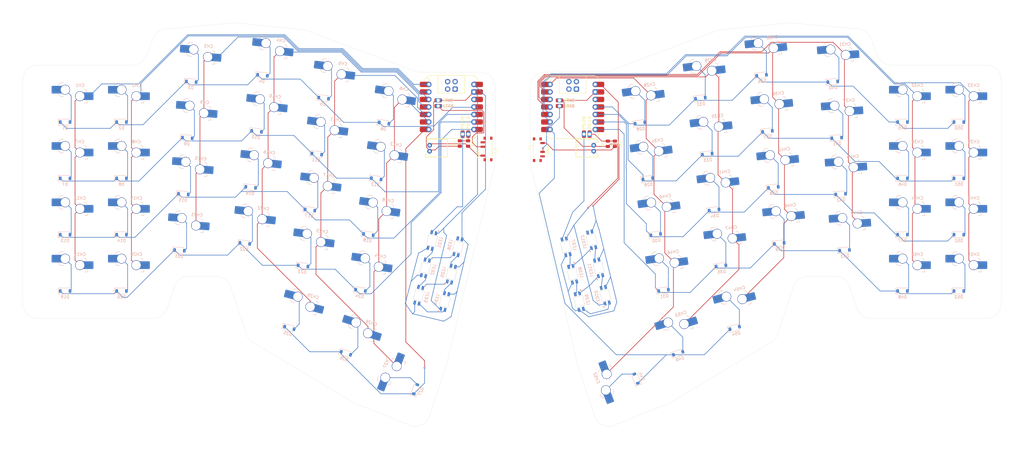
<source format=kicad_pcb>
(kicad_pcb (version 20241229) (generator "pcbnew") (generator_version "9.0")
  (layers (0 "F.Cu" signal) (2 "B.Cu" signal) (13 "F.Paste" user) (15 "B.Paste" user) (5 "F.SilkS" user "F.Silkscreen") (7 "B.SilkS" user "B.Silkscreen") (1 "F.Mask" user) (3 "B.Mask" user) (25 "Edge.Cuts" user))
  (net 0 "")
  (net 1 "Net-(D1-A)")
  (net 2 "/left/COL0")
  (net 3 "/left/COL1")
  (net 4 "Net-(D2-A)")
  (net 5 "Net-(D3-A)")
  (net 6 "/left/COL2")
  (net 7 "Net-(D4-A)")
  (net 8 "/left/COL3")
  (net 9 "Net-(D5-A)")
  (net 10 "/left/COL4")
  (net 11 "Net-(D6-A)")
  (net 12 "/left/COL5")
  (net 13 "Net-(D7-A)")
  (net 14 "Net-(D8-A)")
  (net 15 "Net-(D9-A)")
  (net 16 "Net-(D10-A)")
  (net 17 "Net-(D11-A)")
  (net 18 "Net-(D12-A)")
  (net 19 "Net-(D13-A)")
  (net 20 "Net-(D14-A)")
  (net 21 "Net-(D15-A)")
  (net 22 "Net-(D16-A)")
  (net 23 "Net-(D17-A)")
  (net 24 "Net-(D18-A)")
  (net 25 "Net-(D19-A)")
  (net 26 "Net-(D20-A)")
  (net 27 "Net-(D21-A)")
  (net 28 "Net-(D22-A)")
  (net 29 "Net-(D23-A)")
  (net 30 "Net-(D24-A)")
  (net 31 "Net-(D25-A)")
  (net 32 "Net-(D26-A)")
  (net 33 "Net-(D27-A)")
  (net 34 "/right/COL0")
  (net 35 "Net-(D28-A)")
  (net 36 "Net-(D29-A)")
  (net 37 "Net-(D30-A)")
  (net 38 "Net-(D31-A)")
  (net 39 "/right/COL1")
  (net 40 "Net-(D32-A)")
  (net 41 "Net-(D33-A)")
  (net 42 "Net-(D34-A)")
  (net 43 "Net-(D35-A)")
  (net 44 "Net-(D36-A)")
  (net 45 "/right/COL2")
  (net 46 "Net-(D37-A)")
  (net 47 "Net-(D38-A)")
  (net 48 "Net-(D39-A)")
  (net 49 "Net-(D40-A)")
  (net 50 "/right/COL3")
  (net 51 "Net-(D41-A)")
  (net 52 "Net-(D42-A)")
  (net 53 "Net-(D43-A)")
  (net 54 "Net-(D44-A)")
  (net 55 "Net-(D45-A)")
  (net 56 "/right/COL4")
  (net 57 "Net-(D46-A)")
  (net 58 "Net-(D47-A)")
  (net 59 "Net-(D48-A)")
  (net 60 "Net-(D49-A)")
  (net 61 "/right/COL5")
  (net 62 "Net-(D50-A)")
  (net 63 "Net-(D51-A)")
  (net 64 "Net-(D52-A)")
  (net 65 "Net-(D53-A)")
  (net 66 "Net-(D54-A)")
  (net 67 "/left/ROW0")
  (net 68 "/left/ROW1")
  (net 69 "/left/ROW2")
  (net 70 "/left/ROW3")
  (net 71 "/left/ROW4")
  (net 72 "/right/ROW0")
  (net 73 "/right/ROW1")
  (net 74 "/right/ROW2")
  (net 75 "/right/ROW3")
  (net 76 "/right/ROW4")
  (net 77 "GND")
  (net 78 "/left/VBAT")
  (net 79 "/right/VBAT")
  (net 80 "/left/BT_PIN")
  (net 81 "/right/BT_PIN")
  (net 83 "VDD")
  (net 87 "/left/LED")
  (net 92 "Net-(SW3-B)")
  (net 93 "/left/RST")
  (net 94 "Net-(SW4-B)")
  (net 95 "/right/RST")
  (net 96 "Net-(LED1-DOUT)")
  (net 97 "Net-(LED2-DOUT)")
  (net 98 "Net-(LED3-DOUT)")
  (net 99 "Net-(LED4-DOUT)")
  (net 100 "Net-(LED5-DOUT)")
  (net 102 "/right/LED")
  (net 103 "Net-(LED7-DOUT)")
  (net 104 "Net-(LED8-DOUT)")
  (net 105 "Net-(LED10-DIN)")
  (net 106 "Net-(LED10-DOUT)")
  (net 107 "Net-(LED11-DOUT)")
  (footprint "PCM_marbastlib-xp-promicroish:Xiao_nRF52840_ACH" (layer "F.Cu") (at 209.577536 57.038183)
    (property "Reference" "U2" (hide yes))
    (property "Value" "Seeeduino Xiao nRF52840")
  )
  (footprint "MountingHole:MountingHole_3.2mm_M3" (layer "F.Cu") (at 151.25 134)
    (property "Reference" "H8" (hide yes))
    (property "Value" "M3")
  )
  (footprint "MountingHole:MountingHole_3.2mm_M3" (layer "F.Cu") (at 308.75 49.5)
    (property "Reference" "H4" (hide yes))
    (property "Value" "M3")
  )
  (footprint "MountingHole:MountingHole_3.2mm_M3" (layer "F.Cu") (at 222.5 89.5)
    (property "Reference" "H1" (hide yes))
    (property "Value" "M3")
  )
  (footprint "MountingHole:MountingHole_3.2mm_M3" (layer "F.Cu") (at 277.25 115.5)
    (property "Reference" "H3" (hide yes))
    (property "Value" "M3")
  )
  (footprint "Resistor_SMD:R_0805_2012Metric" (layer "F.Cu") (at 223.8375 69.5 90)
    (property "Reference" "R3")
    (property "Value" "806k")
  )
  (footprint "MountingHole:MountingHole_3.2mm_M3" (layer "F.Cu") (at 92.5 46)
    (property "Reference" "H6" (hide yes))
    (property "Value" "M3")
  )
  (footprint "Resistor_SMD:R_0805_2012Metric" (layer "F.Cu") (at 171.45 69.4125 -90)
    (property "Reference" "R2")
    (property "Value" "2M")
  )
  (footprint "MountingHole:MountingHole_3.2mm_M3" (layer "F.Cu") (at 100 114.5)
    (property "Reference" "H7" (hide yes))
    (property "Value" "M3")
  )
  (footprint "MountingHole:MountingHole_3.2mm_M3" (layer "F.Cu") (at 226.25 133.75)
    (property "Reference" "H2" (hide yes))
    (property "Value" "M3")
  )
  (footprint "PCM_SparkFun-Connector:JST_1x02_P2.0mm_Horizontal_PTH" (layer "F.Cu") (at 161.25 71 -90)
    (property "Reference" "J1")
    (property "Value" "Battery Socket")
  )
  (footprint "PCM_marbastlib-xp-promicroish:Xiao_nRF52840_ACH" (layer "F.Cu") (at 168.5925 57.038183)
    (property "Reference" "U1" (hide yes))
    (property "Value" "Seeeduino Xiao nRF52840")
  )
  (footprint "PCM_SparkFun-Connector:JST_1x02_P2.0mm_Horizontal_PTH" (layer "F.Cu") (at 216.69375 71 90)
    (property "Reference" "J2")
    (property "Value" "Battery Socket")
  )
  (footprint "Button_Switch_SMD:SW_SPDT_PCM12" (layer "F.Cu") (at 180.645 71.25 90)
    (property "Reference" "SW3")
    (property "Value" "SW_SPST")
  )
  (footprint "Resistor_SMD:R_0805_2012Metric" (layer "F.Cu") (at 221.45625 69.5 -90)
    (property "Reference" "R4")
    (property "Value" "2M" (hide yes))
  )
  (footprint "MountingHole:MountingHole_3.2mm_M3" (layer "F.Cu") (at 155.5 89.5)
    (property "Reference" "H5" (hide yes))
    (property "Value" "M3")
  )
  (footprint "Button_Switch_SMD:SW_SPDT_PCM12" (layer "F.Cu") (at 197.97375 71.5 -90)
    (property "Reference" "SW4")
    (property "Value" "SW_SPST")
  )
  (footprint "Resistor_SMD:R_0805_2012Metric" (layer "F.Cu") (at 174.25 69.4125 90)
    (property "Reference" "R1")
    (property "Value" "806k")
  )
  (footprint "BAGEL-MISC:D_SOD-1n4148W-TP" (layer "B.Cu") (at 113.848374 131.780443 -15)
    (property "Reference" "D25")
    (property "Value" "D")
  )
  (footprint "PCM_marbastlib-choc:SW_choc_v1_HS_CPG135001S30_1u" (layer "B.Cu") (at 79.731279 62.534745 -4)
    (property "Reference" "CH9")
    (property "Value" "choc_v1_SW_HS")
  )
  (footprint "BAGEL-MISC:D_SOD-1n4148W-TP" (layer "B.Cu") (at 140.545345 100.219861 -8)
    (property "Reference" "D18")
    (property "Value" "D")
  )
  (footprint "PCM_marbastlib-choc:SW_choc_v1_HS_CPG135001S30_1u" (layer "B.Cu") (at 321.020036 57.15)
    (property "Reference" "CH32")
    (property "Value" "choc_v1_SW_HS")
  )
  (footprint "PCM_marbastlib-choc:SW_choc_v1_HS_CPG135001S30_1u" (layer "B.Cu") (at 38.1 114.3)
    (property "Reference" "CH19")
    (property "Value" "choc_v1_SW_HS")
  )
  (footprint "BAGEL-MISC:D_SOD-1n4148W-TP" (layer "B.Cu") (at 76.724775 105.529756 -4)
    (property "Reference" "D21")
    (property "Value" "D")
  )
  (footprint "PCM_marbastlib-choc:SW_choc_v1_HS_CPG135001S30_1u" (layer "B.Cu") (at 340.070036 95.25)
    (property "Reference" "CH45")
    (property "Value" "choc_v1_SW_HS")
  )
  (footprint "PCM_marbastlib-choc:SW_choc_v1_HS_CPG135001S30_1u" (layer "B.Cu") (at 226.343672 150.732562 111)
    (property "Reference" "CH52")
    (property "Value" "choc_v1_SW_HS")
  )
  (footprint "PCM_marbastlib-choc:SW_choc_v1_HS_CPG135001S30_1u" (layer "B.Cu") (at 99.317755 98.208695 -6)
    (property "Reference" "CH22")
    (property "Value" "choc_v1_SW_HS")
  )
  (footprint "PCM_marbastlib-choc:SW_choc_v1_HS_CPG135001S30_1u" (layer "B.Cu") (at 297.109896 43.53115 4)
    (property "Reference" "CH31")
    (property "Value" "choc_v1_SW_HS")
  )
  (footprint "PCM_marbastlib-choc:SW_choc_v1_HS_CPG135001S30_1u" (layer "B.Cu") (at 103.30029 60.31741 -6)
    (property "Reference" "CH10")
    (property "Value" "choc_v1_SW_HS")
  )
  (footprint "PCM_marbastlib-choc:SW_choc_v1_HS_CPG135001S30_1u" (layer "B.Cu") (at 143.892457 76.403914 -8)
    (property "Reference" "CH12")
    (property "Value" "choc_v1_SW_HS")
  )
  (footprint "BAGEL-MISC:D_SOD-1n4148W-TP" (layer "B.Cu") (at 321.020036 119.3)
    (property "Reference" "D48")
    (property "Value" "D")
  )
  (footprint "BAGEL-MISC:D_SOD-1n4148W-TP" (layer "B.Cu") (at 245.213346 140.35827 18)
    (property "Reference" "D49")
    (property "Value" "D")
  )
  (footprint "PCM_marbastlib-choc:SW_choc_v1_HS_CPG135001S30_1u" (layer "B.Cu") (at 259.08518 105.839607 7)
    (property "Reference" "CH47")
    (property "Value" "choc_v1_SW_HS")
  )
  (footprint "BAGEL-MISC:D_SOD-1n4148W-TP" (layer "B.Cu") (at 252.729693 54.078324 7)
    (property "Reference" "D32")
    (property "Value" "D")
  )
  (footprint "PCM_marbastlib-choc:SW_choc_v1_HS_CPG135001S30_1u" (layer "B.Cu") (at 38.1 76.2)
    (property "Reference" "CH7")
    (property "Value" "choc_v1_SW_HS")
  )
  (footprint "PCM_marbastlib-choc:SW_choc_v1_HS_CPG135001S30_1u" (layer "B.Cu") (at 151.826364 150.732562 69)
    (property "Reference" "CH27")
    (property "Value" "choc_v1_SW_HS")
  )
  (footprint "PCM_marbastlib-various:LED_6028R" (layer "B.Cu") (at 211.815326 122.8653 -76.4)
    (property "Reference" "LED9")
    (property "Value" "SK6812MINI-E")
    (fp_line (start 0.794454 1.5) (end -0.794453 1.5) (stroke (width 0.1)) (layer "Edge.Cuts"))
    (fp_line (start -1.699999 0.702843) (end -1.699999 -0.702841) (stroke (width 0.1)) (layer "Edge.Cuts"))
    (fp_line (start 1.699999 -0.702841) (end 1.699999 0.702843) (stroke (width 0.1)) (layer "Edge.Cuts"))
    (fp_line (start -0.794452 -1.499999) (end 0.794452 -1.499999) (stroke (width 0.1)) (layer "Edge.Cuts"))
    (fp_arc (start -1.046711 1.568299) (mid -0.925123 1.517376) (end -0.794453 1.5) (stroke (width 0.1)) (layer "Edge.Cuts"))
    (fp_arc (start -1.046711 1.568299) (mid -1.638072 1.504035) (end -1.749484 0.919721) (stroke (width 0.1)) (layer "Edge.Cuts"))
    (fp_arc (start 0.794453 1.500001) (mid 0.925123 1.517378) (end 1.046711 1.5683) (stroke (width 0.1)) (layer "Edge.Cuts"))
    (fp_arc (start -1.699999 0.702844) (mid -1.712529 0.814069) (end -1.749484 0.919721) (stroke (width 0.1)) (layer "Edge.Cuts"))
    (fp_arc (start 1.749484 0.919721) (mid 1.638072 1.504035) (end 1.046711 1.5683) (stroke (width 0.1)) (layer "Edge.Cuts"))
    (fp_arc (start 1.749484 0.919721) (mid 1.712525 0.814071) (end 1.699999 0.702843) (stroke (width 0.1)) (layer "Edge.Cuts"))
    (fp_arc (start -1.749484 -0.919718) (mid -1.638072 -1.504034) (end -1.046711 -1.568298) (stroke (width 0.1)) (layer "Edge.Cuts"))
    (fp_arc (start -1.749484 -0.919719) (mid -1.712527 -0.814067) (end -1.699999 -0.702841) (stroke (width 0.1)) (layer "Edge.Cuts"))
    (fp_arc (start 1.699999 -0.702842) (mid 1.712536 -0.814064) (end 1.749484 -0.919719) (stroke (width 0.1)) (layer "Edge.Cuts"))
    (fp_arc (start -0.794452 -1.499999) (mid -0.925123 -1.517375) (end -1.046711 -1.568298) (stroke (width 0.1)) (layer "Edge.Cuts"))
    (fp_arc (start 1.046711 -1.568296) (mid 1.63807 -1.504032) (end 1.749484 -0.919719) (stroke (width 0.1)) (layer "Edge.Cuts"))
    (fp_arc (start 1.04671 -1.568298) (mid 0.925122 -1.517377) (end 0.794452 -1.499999) (stroke (width 0.1)) (layer "Edge.Cuts"))
  )
  (footprint "BAGEL-MISC:D_SOD-1n4148W-TP" (layer "B.Cu") (at 298.787539 67.522565 4)
    (property "Reference" "D41")
    (property "Value" "D")
  )
  (footprint "PCM_marbastlib-choc:SW_choc_v1_HS_CPG135001S30_1u" (layer "B.Cu") (at 321.020036 76.2)
    (property "Reference" "CH38")
    (property "Value" "choc_v1_SW_HS")
  )
  (footprint "PCM_marbastlib-choc:SW_choc_v1_HS_CPG135001S30_1u" (layer "B.Cu") (at 321.020036 95.25)
    (property "Reference" "CH44")
    (property "Value" "choc_v1_SW_HS")
  )
  (footprint "PCM_marbastlib-choc:SW_choc_v1_HS_CPG135001S30_1u" (layer "B.Cu") (at 115.142469 126.950814 -15)
    (property "Reference" "CH25")
    (property "Value" "choc_v1_SW_HS")
  )
  (footprint "PCM_marbastlib-choc:SW_choc_v1_HS_CPG135001S30_1u" (layer "B.Cu") (at 78.402418 81.538341 -4)
    (property "Reference" "CH15")
    (property "Value" "choc_v1_SW_HS")
  )
  (footprint "PCM_marbastlib-choc:SW_choc_v1_HS_CPG135001S30_1u" (layer "B.Cu") (at 81.06014 43.53115 -4)
    (property "Reference" "CH3")
    (property "Value" "choc_v1_SW_HS")
  )
  (footprint "PCM_marbastlib-choc:SW_choc_v1_HS_CPG135001S30_1u" (layer "B.Cu") (at 119.084856 105.839607 -7)
    (property "Reference" "CH23")
    (property "Value" "choc_v1_SW_HS")
  )
  (footprint "BAGEL-MISC:D_SOD-1n4148W-TP" (layer "B.Cu") (at 279.374923 103.181304 6)
    (property "Reference" "D39")
    (property "Value" "D")
  )
  (footprint "BAGEL-MISC:D_SOD-1n4148W-TP" (layer "B.Cu") (at 255.051304 72.986329 7)
    (property "Reference" "D33")
    (property "Value" "D")
  )
  (footprint "PCM_marbastlib-choc:SW_choc_v1_HS_CPG135001S30_1u" (layer "B.Cu") (at 126.049689 49.115594 -7)
    (property "Reference" "CH5")
    (property "Value" "choc_v1_SW_HS")
  )
  (footprint "BAGEL-MISC:D_SOD-1n4148W-TP" (layer "B.Cu") (at 340.070036 119.3)
    (property "Reference" "D53")
    (property "Value" "D")
  )
  (footprint "BAGEL-MISC:D_SOD-1n4148W-TP" (layer "B.Cu") (at 137.894097 119.084468 -8)
    (property "Reference" "D24")
    (property "Value" "D")
  )
  (footprint "BAGEL-MISC:D_SOD-1n4148W-TP" (layer "B.Cu") (at 100.78638 84.235661 -6)
    (property "Reference" "D16")
    (property "Value" "D")
  )
  (footprint "PCM_marbastlib-various:LED_6028R" (layer "B.Cu") (at 168.589662 113.594612 76.4)
    (property "Reference" "LED5")
    (property "Value" "SK6812MINI-E")
    (fp_line (start -0.794452 -1.499999) (end 0.794452 -1.499999) (stroke (width 0.1)) (layer "Edge.Cuts"))
    (fp_line (start 1.699999 -0.702841) (end 1.699999 0.702843) (stroke (width 0.1)) (layer "Edge.Cuts"))
    (fp_line (start -1.699999 0.702843) (end -1.699999 -0.702841) (stroke (width 0.1)) (layer "Edge.Cuts"))
    (fp_line (start 0.794452 1.5) (end -0.794454 1.5) (stroke (width 0.1)) (layer "Edge.Cuts"))
    (fp_arc (start -0.794452 -1.499999) (mid -0.925122 -1.517377) (end -1.046711 -1.568298) (stroke (width 0.1)) (layer "Edge.Cuts"))
    (fp_arc (start -1.749484 -0.919719) (mid -1.712528 -0.814066) (end -1.699999 -0.702841) (stroke (width 0.1)) (layer "Edge.Cuts"))
    (fp_arc (start -1.749484 -0.919718) (mid -1.638072 -1.504034) (end -1.046711 -1.568298) (stroke (width 0.1)) (layer "Edge.Cuts"))
    (fp_arc (start 1.04671 -1.568298) (mid 0.925122 -1.517377) (end 0.794452 -1.499999) (stroke (width 0.1)) (layer "Edge.Cuts"))
    (fp_arc (start 1.046711 -1.568296) (mid 1.63807 -1.504033) (end 1.749484 -0.919719) (stroke (width 0.1)) (layer "Edge.Cuts"))
    (fp_arc (start 1.699998 -0.702842) (mid 1.712536 -0.814065) (end 1.749484 -0.919719) (stroke (width 0.1)) (layer "Edge.Cuts"))
    (fp_arc (start -1.699999 0.702844) (mid -1.712527 0.81407) (end -1.749484 0.919721) (stroke (width 0.1)) (layer "Edge.Cuts"))
    (fp_arc (start -1.046711 1.568299) (mid -1.638072 1.504036) (end -1.749484 0.919721) (stroke (width 0.1)) (layer "Edge.Cuts"))
    (fp_arc (start -1.046711 1.568299) (mid -0.925123 1.517377) (end -0.794454 1.5) (stroke (width 0.1)) (layer "Edge.Cuts"))
    (fp_arc (start 1.749484 0.919721) (mid 1.712526 0.814069) (end 1.699999 0.702843) (stroke (width 0.1)) (layer "Edge.Cuts"))
    (fp_arc (start 1.749484 0.919721) (mid 1.638072 1.504035) (end 1.046711 1.5683) (stroke (width 0.1)) (layer "Edge.Cuts"))
    (fp_arc (start 0.794453 1.500001) (mid 0.925123 1.517378) (end 1.046711 1.5683) (stroke (width 0.1)) (layer "Edge.Cuts"))
  )
  (footprint "BAGEL-MISC:D_SOD-1n4148W-TP" (layer "B.Cu") (at 57.15 62.15)
    (property "Reference" "D2")
    (property "Value" "D")
  )
  (footprint "BAGEL-MISC:D_SOD-1n4148W-TP" (layer "B.Cu") (at 259.694526 110.802337 7)
    (property "Reference" "D35")
    (property "Value" "D")
  )
  (footprint "PCM_marbastlib-choc:SW_choc_v1_HS_CPG135001S30_1u" (layer "B.Cu") (at 272.878479 41.371768 6)
    (property "Reference" "CH30")
    (property "Value" "choc_v1_SW_HS")
  )
  (footprint "BAGEL-MISC:D_SOD-1n4148W-TP" (layer "B.Cu") (at 301.445261 105.529756 4)
    (property "Reference" "D43")
    (property "Value" "D")
  )
  (footprint "PCM_marbastlib-choc:SW_choc_v1_HS_CPG135001S30_1u" (layer "B.Cu") (at 256.763569 86.931603 7)
    (property "Reference" "CH41")
    (property "Value" "choc_v1_SW_HS")
  )
  (footprint "BAGEL-MISC:D_SOD-1n4148W-TP" (layer "B.Cu") (at 156.494266 152.524401 69)
    (property "Reference" "D27")
    (property "Value" "D")
  )
  (footprint "BAGEL-MISC:D_SOD-1n4148W-TP" (layer "B.Cu") (at 132.95669 140.35827 -18)
    (property "Reference" "D26")
    (property "Value" "D")
  )
  (footprint "BAGEL-MISC:D_SOD-1n4148W-TP" (layer "B.Cu") (at 80.711358 48.51897 -4)
    (property "Reference" "D3")
    (property "Value" "D")
  )
  (footprint "BAGEL-MISC:D_SOD-1n4148W-TP" (layer "B.Cu") (at 38.1 81.2)
    (property "Reference" "D7")
    (property "Value" "D")
  )
  (footprint "BAGEL-MISC:D_SOD-1n4148W-TP" (layer "B.Cu") (at 321.020036 62.15)
    (property "Reference" "D45")
    (property "Value" "D")
  )
  (footprint "PCM_marbastlib-choc:SW_choc_v1_HS_CPG135001S30_1u" (layer "B.Cu") (at 340.070036 76.2)
    (property "Reference" "CH39")
    (property "Value" "choc_v1_SW_HS")
  )
  (footprint "PCM_marbastlib-choc:SW_choc_v1_HS_CPG135001S30_1u" (layer "B.Cu") (at 57.15 95.25)
    (property "Reference" "CH14")
    (property "Value" "choc_v1_SW_HS")
  )
  (footprint "PCM_marbastlib-various:LED_6028R" (layer "B.Cu") (at 209.580375 113.606217 -76.4)
    (property "Reference" "LED8")
    (property "Value" "SK6812MINI-E")
    (fp_line (start 0.794454 1.5) (end -0.794453 1.5) (stroke (width 0.1)) (layer "Edge.Cuts"))
    (fp_line (start -1.699999 0.702843) (end -1.699999 -0.702841) (stroke (width 0.1)) (layer "Edge.Cuts"))
    (fp_line (start 1.699999 -0.702841) (end 1.699999 0.702843) (stroke (width 0.1)) (layer "Edge.Cuts"))
    (fp_line (start -0.794452 -1.499999) (end 0.794452 -1.499999) (stroke (width 0.1)) (layer "Edge.Cuts"))
    (fp_arc (start -1.046711 1.568299) (mid -0.925123 1.517376) (end -0.794453 1.5) (stroke (width 0.1)) (layer "Edge.Cuts"))
    (fp_arc (start -1.046711 1.568299) (mid -1.638072 1.504035) (end -1.749484 0.919721) (stroke (width 0.1)) (layer "Edge.Cuts"))
    (fp_arc (start 0.794453 1.500001) (mid 0.925123 1.517378) (end 1.046711 1.5683) (stroke (width 0.1)) (layer "Edge.Cuts"))
    (fp_arc (start -1.699999 0.702844) (mid -1.712529 0.814069) (end -1.749484 0.919721) (stroke (width 0.1)) (layer "Edge.Cuts"))
    (fp_arc (start 1.749484 0.919721) (mid 1.638072 1.504035) (end 1.046711 1.5683) (stroke (width 0.1)) (layer "Edge.Cuts"))
    (fp_arc (start 1.749484 0.919721) (mid 1.712525 0.814071) (end 1.699999 0.702843) (stroke (width 0.1)) (layer "Edge.Cuts"))
    (fp_arc (start -1.749484 -0.919718) (mid -1.638072 -1.504034) (end -1.046711 -1.568298) (stroke (width 0.1)) (layer "Edge.Cuts"))
    (fp_arc (start -1.749484 -0.919719) (mid -1.712527 -0.814067) (end -1.699999 -0.702841) (stroke (width 0.1)) (layer "Edge.Cuts"))
    (fp_arc (start 1.699999 -0.702842) (mid 1.712536 -0.814064) (end 1.749484 -0.919719) (stroke (width 0.1)) (layer "Edge.Cuts"))
    (fp_arc (start -0.794452 -1.499999) (mid -0.925123 -1.517375) (end -1.046711 -1.568298) (stroke (width 0.1)) (layer "Edge.Cuts"))
    (fp_arc (start 1.046711 -1.568296) (mid 1.63807 -1.504032) (end 1.749484 -0.919719) (stroke (width 0.1)) (layer "Edge.Cuts"))
    (fp_arc (start 1.04671 -1.568298) (mid 0.925122 -1.517377) (end 0.794452 -1.499999) (stroke (width 0.1)) (layer "Edge.Cuts"))
  )
  (footprint "PCM_marbastlib-choc:SW_choc_v1_HS_CPG135001S30_1u" (layer "B.Cu") (at 121.406467 86.931603 -7)
    (property "Reference" "CH17")
    (property "Value" "choc_v1_SW_HS")
  )
  (footprint "PCM_marbastlib-choc:SW_choc_v1_HS_CPG135001S30_1u" (layer "B.Cu") (at 138.589962 114.133128 -8)
    (property "Reference" "CH24")
    (property "Value" "choc_v1_SW_HS")
  )
  (footprint "PCM_marbastlib-choc:SW_choc_v1_HS_CPG135001S30_1u" (layer "B.Cu") (at 254.441958 68.023599 7)
    (property "Reference" "CH35")
    (property "Value" "choc_v1_SW_HS")
  )
  (footprint "BAGEL-MISC:D_SOD-1n4148W-TP" (layer "B.Cu") (at 231.011574 148.940723 111)
    (property "Reference" "D44")
    (property "Value" "D")
  )
  (footprint "BAGEL-MISC:D_SOD-1n4148W-TP" (layer "B.Cu") (at 125.440343 54.078324 -7)
    (property "Reference" "D5")
    (property "Value" "D")
  )
  (footprint "PCM_marbastlib-choc:SW_choc_v1_HS_CPG135001S30_1u" (layer "B.Cu") (at 252.120347 49.115594 7)
    (property "Reference" "CH29")
    (property "Value" "choc_v1_SW_HS")
  )
  (footprint "BAGEL-MISC:D_SOD-1n4148W-TP" (layer "B.Cu") (at 38.1 62.15)
    (property "Reference" "D1")
    (property "Value" "D")
  )
  (footprint "BAGEL-MISC:D_SOD-1n4148W-TP" (layer "B.Cu") (at 120.797121 91.894333 -7)
    (property "Reference" "D17")
    (property "Value" "D")
  )
  (footprint "BAGEL-MISC:D_SOD-1n4148W-TP" (layer "B.Cu") (at 300.1164 86.526161 4)
    (property "Reference" "D42")
    (property "Value" "D")
  )
  (footprint "PCM_marbastlib-choc:SW_choc_v1_HS_CPG135001S30_1u" (layer "B.Cu") (at 340.070036 114.3)
    (property "Reference" "CH51")
    (property "Value" "choc_v1_SW_HS")
  )
  (footprint "PCM_marbastlib-choc:SW_choc_v1_HS_CPG135001S30_1u" (layer "B.Cu") (at 243.668262 135.602988 18)
    (property "Reference" "CH53")
    (property "Value" "choc_v1_SW_HS")
  )
  (footprint "BAGEL-MISC:D_SOD-1n4148W-TP" (layer "B.Cu") (at 321.020036 81.2)
    (property "Reference" "D46")
    (property "Value" "D")
  )
  (footprint "PCM_marbastlib-choc:SW_choc_v1_HS_CPG135001S30_1u" (layer "B.Cu") (at 274.869746 60.31741 6)
    (property "Reference" "CH36")
    (property "Value" "choc_v1_SW_HS")
  )
  (footprint "BAGEL-MISC:D_SOD-1n4148W-TP" (layer "B.Cu") (at 340.070036 81.2)
    (property "Reference" "D51")
    (property "Value" "D")
  )
  (footprint "PCM_marbastlib-choc:SW_choc_v1_HS_CPG135001S30_1u" (layer "B.Cu") (at 38.1 95.25)
    (property "Reference" "CH13")
    (property "Value" "choc_v1_SW_HS")
  )
  (footprint "PCM_marbastlib-various:LED_6028R" (layer "B.Cu") (at 157.581669 120.736065 -103.6)
    (property "Reference" "LED3")
    (property "Value" "SK6812MINI-E")
    (fp_line (start 0.794452 1.5) (end -0.794454 1.5) (stroke (width 0.1)) (layer "Edge.Cuts"))
    (fp_line (start -1.699999 0.702843) (end -1.699999 -0.702841) (stroke (width 0.1)) (layer "Edge.Cuts"))
    (fp_line (start 1.699999 -0.702841) (end 1.699999 0.702843) (stroke (width 0.1)) (layer "Edge.Cuts"))
    (fp_line (start -0.794452 -1.499999) (end 0.794452 -1.499999) (stroke (width 0.1)) (layer "Edge.Cuts"))
    (fp_arc (start 0.794453 1.500001) (mid 0.925123 1.517378) (end 1.046711 1.5683) (stroke (width 0.1)) (layer "Edge.Cuts"))
    (fp_arc (start 1.749484 0.919721) (mid 1.638072 1.504035) (end 1.046711 1.5683) (stroke (width 0.1)) (layer "Edge.Cuts"))
    (fp_arc (start 1.749484 0.919721) (mid 1.712526 0.814069) (end 1.699999 0.702843) (stroke (width 0.1)) (layer "Edge.Cuts"))
    (fp_arc (start -1.046711 1.568299) (mid -0.925123 1.517377) (end -0.794454 1.5) (stroke (width 0.1)) (layer "Edge.Cuts"))
    (fp_arc (start -1.046711 1.568299) (mid -1.638072 1.504036) (end -1.749484 0.919721) (stroke (width 0.1)) (layer "Edge.Cuts"))
    (fp_arc (start -1.699999 0.702844) (mid -1.712527 0.81407) (end -1.749484 0.919721) (stroke (width 0.1)) (layer "Edge.Cuts"))
    (fp_arc (start 1.699998 -0.702842) (mid 1.712536 -0.814065) (end 1.749484 -0.919719) (stroke (width 0.1)) (layer "Edge.Cuts"))
    (fp_arc (start 1.046711 -1.568296) (mid 1.63807 -1.504033) (end 1.749484 -0.919719) (stroke (width 0.1)) (layer "Edge.Cuts"))
    (fp_arc (start 1.04671 -1.568298) (mid 0.925122 -1.517377) (end 0.794452 -1.499999) (stroke (width 0.1)) (layer "Edge.Cuts"))
    (fp_arc (start -1.749484 -0.919718) (mid -1.638072 -1.504034) (end -1.046711 -1.568298) (stroke (width 0.1)) (layer "Edge.Cuts"))
    (fp_arc (start -1.749484 -0.919719) (mid -1.712528 -0.814066) (end -1.699999 -0.702841) (stroke (width 0.1)) (layer "Edge.Cuts"))
    (fp_arc (start -0.794452 -1.499999) (mid -0.925122 -1.517377) (end -1.046711 -1.568298) (stroke (width 0.1)) (layer "Edge.Cuts"))
  )
  (footprint "PCM_marbastlib-choc:SW_choc_v1_HS_CPG135001S30_1u" (layer "B.Cu") (at 134.501774 135.602988 -18)
    (property "Reference" "CH26")
    (property "Value" "choc_v1_SW_HS")
  )
  (footprint "PCM_marbastlib-various:LED_6028R" (layer "B.Cu") (at 218.353417 111.488586 103.6)
    (property "Reference" "LED11")
    (property "Value" "SK6812MINI-E")
    (fp_line (start -0.794452 -1.499999) (end 0.794452 -1.499999) (stroke (width 0.1)) (layer "Edge.Cuts"))
    (fp_line (start 1.699999 -0.702841) (end 1.699999 0.702843) (stroke (width 0.1)) (layer "Edge.Cuts"))
    (fp_line (start -1.699999 0.702843) (end -1.699999 -0.702841) (stroke (width 0.1)) (layer "Edge.Cuts"))
    (fp_line (start 0.794454 1.5) (end -0.794453 1.5) (stroke (width 0.1)) (layer "Edge.Cuts"))
    (fp_arc (start 1.04671 -1.568298) (mid 0.925122 -1.517377) (end 0.794452 -1.499999) (stroke (width 0.1)) (layer "Edge.Cuts"))
    (fp_arc (start 1.046711 -1.568296) (mid 1.63807 -1.504032) (end 1.749484 -0.919719) (stroke (width 0.1)) (layer "Edge.Cuts"))
    (fp_arc (start -0.794452 -1.499999) (mid -0.925123 -1.517375) (end -1.046711 -1.568298) (stroke (width 0.1)) (layer "Edge.Cuts"))
    (fp_arc (start 1.699999 -0.702842) (mid 1.712536 -0.814064) (end 1.749484 -0.919719) (stroke (width 0.1)) (layer "Edge.Cuts"))
    (fp_arc (start -1.749484 -0.919719) (mid -1.712527 -0.814067) (end -1.699999 -0.702841) (stroke (width 0.1)) (layer "Edge.Cuts"))
    (fp_arc (start -1.749484 -0.919718) (mid -1.638072 -1.504034) (end -1.046711 -1.568298) (stroke (width 0.1)) (layer "Edge.Cuts"))
    (fp_arc (start 1.749484 0.919721) (mid 1.712525 0.814071) (end 1.699999 0.702843) (stroke (width 0.1)) (layer "Edge.Cuts"))
    (fp_arc (start 1.749484 0.919721) (mid 1.638072 1.504035) (end 1.046711 1.5683) (stroke (width 0.1)) (layer "Edge.Cuts"))
    (fp_arc (start -1.699999 0.702844) (mid -1.712529 0.814069) (end -1.749484 0.919721) (stroke (width 0.1)) (layer "Edge.Cuts"))
    (fp_arc (start 0.794453 1.500001) (mid 0.925123 1.517378) (end 1.046711 1.5683) (stroke (width 0.1)) (layer "Edge.Cuts"))
    (fp_arc (start -1.046711 1.568299) (mid -1.638072 1.504035) (end -1.749484 0.919721) (stroke (width 0.1)) (layer "Edge.Cuts"))
    (fp_arc (start -1.046711 1.568299) (mid -0.925123 1.517376) (end -0.794453 1.5) (stroke (width 0.1)) (layer "Edge.Cuts"))
  )
  (footprint "PCM_marbastlib-choc:SW_choc_v1_HS_CPG135001S30_1u" (layer "B.Cu") (at 57.15 114.3)
    (property "Reference" "CH20")
    (property "Value" "choc_v1_SW_HS")
  )
  (footprint "PCM_marbastlib-choc:SW_choc_v1_HS_CPG135001S30_1u" (layer "B.Cu") (at 101.309022 79.263052 -6)
    (property "Reference" "CH16")
    (property "Value" "choc_v1_SW_HS")
  )
  (footprint "PCM_marbastlib-choc:SW_choc_v1_HS_CPG135001S30_1u" (layer "B.Cu") (at 234.277579 76.403914 8)
    (property "Reference" "CH34")
    (property "Value" "choc_v1_SW_HS")
  )
  (footprint "BAGEL-MISC:D_SOD-1n4148W-TP" (layer "B.Cu") (at 104.768915 46.344377 -6)
    (property "Reference" "D4")
    (property "Value" "D")
  )
  (footprint "PCM_marbastlib-various:LED_6028R" (layer "B.Cu") (at 207.345424 104.347133 -76.4)
    (property "Reference" "LED7")
    (property "Value" "SK6812MINI-E")
    (fp_line (start 0.794454 1.5) (end -0.794453 1.5) (stroke (width 0.1)) (layer "Edge.Cuts"))
    (fp_line (start -1.699999 0.702843) (end -1.699999 -0.702841) (stroke (width 0.1)) (layer "Edge.Cuts"))
    (fp_line (start 1.699999 -0.702841) (end 1.699999 0.702843) (stroke (width 0.1)) (layer "Edge.Cuts"))
    (fp_line (start -0.794452 -1.499999) (end 0.794452 -1.499999) (stroke (width 0.1)) (layer "Edge.Cuts"))
    (fp_arc (start -1.046711 1.568299) (mid -0.925123 1.517376) (end -0.794453 1.5) (stroke (width 0.1)) (layer "Edge.Cuts"))
    (fp_arc (start -1.046711 1.568299) (mid -1.638072 1.504035) (end -1.749484 0.919721) (stroke (width 0.1)) (layer "Edge.Cuts"))
    (fp_arc (start 0.794453 1.500001) (mid 0.925123 1.517378) (end 1.046711 1.5683) (stroke (width 0.1)) (layer "Edge.Cuts"))
    (fp_arc (start -1.699999 0.702844) (mid -1.712529 0.814069) (end -1.749484 0.919721) (stroke (width 0.1)) (layer "Edge.Cuts"))
    (fp_arc (start 1.749484 0.919721) (mid 1.638072 1.504035) (end 1.046711 1.5683) (stroke (width 0.1)) (layer "Edge.Cuts"))
    (fp_arc (start 1.749484 0.919721) (mid 1.712525 0.814071) (end 1.699999 0.702843) (stroke (width 0.1)) (layer "Edge.Cuts"))
    (fp_arc (start -1.749484 -0.919718) (mid -1.638072 -1.504034) (end -1.046711 -1.568298) (stroke (width 0.1)) (layer "Edge.Cuts"))
    (fp_arc (start -1.749484 -0.919719) (mid -1.712527 -0.814067) (end -1.699999 -0.702841) (stroke (width 0.1)) (layer "Edge.Cuts"))
    (fp_arc (start 1.699999 -0.702842) (mid 1.712536 -0.814064) (end 1.749484 -0.919719) (stroke (width 0.1)) (layer "Edge.Cuts"))
    (fp_arc (start -0.794452 -1.499999) (mid -0.925123 -1.517375) (end -1.046711 -1.568298) (stroke (width 0.1)) (layer "Edge.Cuts"))
    (fp_arc (start 1.046711 -1.568296) (mid 1.63807 -1.504032) (end 1.749484 -0.919719) (stroke (width 0.1)) (layer "Edge.Cuts"))
    (fp_arc (start 1.04671 -1.568298) (mid 0.925122 -1.517377) (end 0.794452 -1.499999) (stroke (width 0.1)) (layer "Edge.Cuts"))
  )
  (footprint "PCM_marbastlib-choc:SW_choc_v1_HS_CPG135001S30_1u" (layer "B.Cu") (at 57.15 57.15)
    (property "Reference" "CH2")
    (property "Value" "choc_v1_SW_HS")
  )
  (footprint "PCM_marbastlib-various:LED_6028R" (layer "B.Cu") (at 220.588368 120.747669 103.6)
    (property "Reference" "LED10")
    (property "Value" "SK6812MINI-E")
    (fp_line (start -0.794452 -1.499999) (end 0.794452 -1.499999) (stroke (width 0.1)) (layer "Edge.Cuts"))
    (fp_line (start 1.699999 -0.702841) (end 1.699999 0.702843) (stroke (width 0.1)) (layer "Edge.Cuts"))
    (fp_line (start -1.699999 0.702843) (end -1.699999 -0.702841) (stroke (width 0.1)) (layer "Edge.Cuts"))
    (fp_line (start 0.794454 1.5) (end -0.794453 1.5) (stroke (width 0.1)) (layer "Edge.Cuts"))
    (fp_arc (start 1.04671 -1.568298) (mid 0.925122 -1.517377) (end 0.794452 -1.499999) (stroke (width 0.1)) (layer "Edge.Cuts"))
    (fp_arc (start 1.046711 -1.568296) (mid 1.63807 -1.504032) (end 1.749484 -0.919719) (stroke (width 0.1)) (layer "Edge.Cuts"))
    (fp_arc (start -0.794452 -1.499999) (mid -0.925123 -1.517375) (end -1.046711 -1.568298) (stroke (width 0.1)) (layer "Edge.Cuts"))
    (fp_arc (start 1.699999 -0.702842) (mid 1.712536 -0.814064) (end 1.749484 -0.919719) (stroke (width 0.1)) (layer "Edge.Cuts"))
    (fp_arc (start -1.749484 -0.919719) (mid -1.712527 -0.814067) (end -1.699999 -0.702841) (stroke (width 0.1)) (layer "Edge.Cuts"))
    (fp_arc (start -1.749484 -0.919718) (mid -1.638072 -1.504034) (end -1.046711 -1.568298) (stroke (width 0.1)) (layer "Edge.Cuts"))
    (fp_arc (start 1.749484 0.919721) (mid 1.712525 0.814071) (end 1.699999 0.702843) (stroke (width 0.1)) (layer "Edge.Cuts"))
    (fp_arc (start 1.749484 0.919721) (mid 1.638072 1.504035) (end 1.046711 1.5683) (stroke (width 0.1)) (layer "Edge.Cuts"))
    (fp_arc (start -1.699999 0.702844) (mid -1.712529 0.814069) (end -1.749484 0.919721) (stroke (width 0.1)) (layer "Edge.Cuts"))
    (fp_arc (start 0.794453 1.500001) (mid 0.925123 1.517378) (end 1.046711 1.5683) (stroke (width 0.1)) (layer "Edge.Cuts"))
    (fp_arc (start -1.046711 1.568299) (mid -1.638072 1.504035) (end -1.749484 0.919721) (stroke (width 0.1)) (layer "Edge.Cuts"))
    (fp_arc (start -1.046711 1.568299) (mid -0.925123 1.517376) (end -0.794453 1.5) (stroke (width 0.1)) (layer "Edge.Cuts"))
  )
  (footprint "BAGEL-MISC:D_SOD-1n4148W-TP" (layer "B.Cu") (at 78.053636 86.526161 -4)
    (property "Reference" "D15")
    (property "Value" "D")
  )
  (footprint "PCM_marbastlib-choc:SW_choc_v1_HS_CPG135001S30_1u" (layer "B.Cu") (at 239.580074 114.133128 8)
    (property "Reference" "CH46")
    (property "Value" "choc_v1_SW_HS")
  )
  (footprint "BAGEL-MISC:D_SOD-1n4148W-TP" (layer "B.Cu") (at 340.070036 100.25)
    (property "Reference" "D52")
    (property "Value" "D")
  )
  (footprint "PCM_marbastlib-choc:SW_choc_v1_HS_CPG135001S30_1u" (layer "B.Cu") (at 278.852281 98.208695 6)
    (property "Reference" "CH48")
    (property "Value" "choc_v1_SW_HS")
  )
  (footprint "PCM_marbastlib-choc:SW_choc_v1_HS_CPG135001S30_1u" (layer "B.Cu") (at 57.15 76.2)
    (property "Reference" "CH8")
    (property "Value" "choc_v1_SW_HS")
  )
  (footprint "BAGEL-MISC:D_SOD-1n4148W-TP" (layer "B.Cu") (at 275.392388 65.290019 6)
    (property "Reference" "D37")
    (property "Value" "D")
  )
  (footprint "BAGEL-MISC:D_SOD-1n4148W-TP" (layer "B.Cu") (at 321.020036 100.25)
    (property "Reference" "D47")
    (property "Value" "D")
  )
  (footprint "PCM_marbastlib-choc:SW_choc_v1_HS_CPG135001S30_1u" (layer "B.Cu") (at 276.861014 79.263052 6)
    (property "Reference" "CH42")
    (property "Value" "choc_v1_SW_HS")
  )
  (footprint "BAGEL-MISC:D_SOD-1n4148W-TP" (layer "B.Cu") (at 79.382497 67.522565 -4)
    (property "Reference" "D9")
    (property "Value" "D")
  )
  (footprint "BAGEL-MISC:D_SOD-1n4148W-TP" (layer "B.Cu") (at 237.624691 100.219861 8)
    (property "Reference" "D30")
    (property "Value" "D")
  )
  (footprint "PCM_marbastlib-various:LED_6028R" (layer "B.Cu") (at 159.81662 111.476982 -103.6)
    (property "Reference" "LED2")
    (property "Value" "SK6812MINI-E")
    (fp_line (start 0.794452 1.5) (end -0.794454 1.5) (stroke (width 0.1)) (layer "Edge.Cuts"))
    (fp_line (start -1.699999 0.702843) (end -1.699999 -0.702841) (stroke (width 0.1)) (layer "Edge.Cuts"))
    (fp_line (start 1.699999 -0.702841) (end 1.699999 0.702843) (stroke (width 0.1)) (layer "Edge.Cuts"))
    (fp_line (start -0.794452 -1.499999) (end 0.794452 -1.499999) (stroke (width 0.1)) (layer "Edge.Cuts"))
    (fp_arc (start 0.794453 1.500001) (mid 0.925123 1.517378) (end 1.046711 1.5683) (stroke (width 0.1)) (layer "Edge.Cuts"))
    (fp_arc (start 1.749484 0.919721) (mid 1.638072 1.504035) (end 1.046711 1.5683) (stroke (width 0.1)) (layer "Edge.Cuts"))
    (fp_arc (start 1.749484 0.919721) (mid 1.712526 0.814069) (end 1.699999 0.702843) (stroke (width 0.1)) (layer "Edge.Cuts"))
    (fp_arc (start -1.046711 1.568299) (mid -0.925123 1.517377) (end -0.794454 1.5) (stroke (width 0.1)) (layer "Edge.Cuts"))
    (fp_arc (start -1.046711 1.568299) (mid -1.638072 1.504036) (end -1.749484 0.919721) (stroke (width 0.1)) (layer "Edge.Cuts"))
    (fp_arc (start -1.699999 0.702844) (mid -1.712527 0.81407) (end -1.749484 0.919721) (stroke (width 0.1)) (layer "Edge.Cuts"))
    (fp_arc (start 1.699998 -0.702842) (mid 1.712536 -0.814065) (end 1.749484 -0.919719) (stroke (width 0.1)) (layer "Edge.Cuts"))
    (fp_arc (start 1.046711 -1.568296) (mid 1.63807 -1.504033) (end 1.749484 -0.919719) (stroke (width 0.1)) (layer "Edge.Cuts"))
    (fp_arc (start 1.04671 -1.568298) (mid 0.925122 -1.517377) (end 0.794452 -1.499999) (stroke (width 0.1)) (layer "Edge.Cuts"))
    (fp_arc (start -1.749484 -0.919718) (mid -1.638072 -1.504034) (end -1.046711 -1.568298) (stroke (width 0.1)) (layer "Edge.Cuts"))
    (fp_arc (start -1.749484 -0.919719) (mid -1.712528 -0.814066) (end -1.699999 -0.702841) (stroke (width 0.1)) (layer "Edge.Cuts"))
    (fp_arc (start -0.794452 -1.499999) (mid -0.925122 -1.517377) (end -1.046711 -1.568298) (stroke (width 0.1)) (layer "Edge.Cuts"))
  )
  (footprint "PCM_marbastlib-choc:SW_choc_v1_HS_CPG135001S30_1u" (layer "B.Cu") (at 77.073557 100.541936 -4)
    (property "Reference" "CH21")
    (property "Value" "choc_v1_SW_HS")
  )
  (footprint "BAGEL-MISC:D_SOD-1n4148W-TP" (layer "B.Cu") (at 145.84784 62.490648 -8)
    (property "Reference" "D6")
    (property "Value" "D")
  )
  (footprint "PCM_marbastlib-choc:SW_choc_v1_HS_CPG135001S30_1u" (layer "B.Cu") (at 321.020036 114.3)
    (property "Reference" "CH50")
    (property "Value" "choc_v1_SW_HS")
  )
  (footprint "PCM_marbastlib-choc:SW_choc_v1_HS_CPG135001S30_1u" (layer "B.Cu") (at 340.070036 57.15)
    (property "Reference" "CH33")
    (property "Value" "choc_v1_SW_HS")
  )
  (footprint "BAGEL-MISC:D_SOD-1n4148W-TP" (layer "B.Cu") (at 102.777648 65.290019 -6)
    (property "Reference" "D10")
    (property "Value" "D")
  )
  (footprint "BAGEL-MISC:D_SOD-1n4148W-TP" (layer "B.Cu") (at 123.118732 72.986329 -7)
    (property "Reference" "D11")
    (property "Value" "D")
  )
  (footprint "PCM_marbastlib-choc:SW_choc_v1_HS_CPG135001S30_1u" (layer "B.Cu") (at 301.096479 100.541936 4)
    (property "Reference" "CH49")
    (property "Value" "choc_v1_SW_HS")
  )
  (footprint "BAGEL-MISC:D_SOD-1n4148W-TP" (layer "B.Cu") (at 240.275939 119.084468 8)
    (property "Reference" "D31")
    (property "Value" "D")
  )
  (footprint "BAGEL-MISC:D_SOD-1n4148W-TP" (layer "B.Cu") (at 277.383656 84.235661 6)
    (property "Reference" "D38")
    (property "Value" "D")
  )
  (footprint "PCM_marbastlib-choc:SW_choc_v1_HS_CPG135001S30_1u" (layer "B.Cu") (at 38.1 57.15)
    (property "Reference" "CH1")
    (property "Value" "choc_v1_SW_HS")
  )
  (footprint "PCM_marbastlib-various:LED_6028R" (layer "B.Cu") (at 166.354711 122.853696 76.4)
    (property "Reference" "LED4")
    (property "Value" "SK6812MINI-E")
    (fp_line (start -0.794452 -1.499999) (end 0.794452 -1.499999) (stroke (width 0.1)) (layer "Edge.Cuts"))
    (fp_line (start 1.699999 -0.702841) (end 1.699999 0.702843) (stroke (width 0.1)) (layer "Edge.Cuts"))
    (fp_line (start -1.699999 0.702843) (end -1.699999 -0.702841) (stroke (width 0.1)) (layer "Edge.Cuts"))
    (fp_line (start 0.794452 1.5) (end -0.794454 1.5) (stroke (width 0.1)) (layer "Edge.Cuts"))
    (fp_arc (start -0.794452 -1.499999) (mid -0.925122 -1.517377) (end -1.046711 -1.568298) (stroke (width 0.1)) (layer "Edge.Cuts"))
    (fp_arc (start -1.749484 -0.919719) (mid -1.712528 -0.814066) (end -1.699999 -0.702841) (stroke (width 0.1)) (layer "Edge.Cuts"))
    (fp_arc (start -1.749484 -0.919718) (mid -1.638072 -1.504034) (end -1.046711 -1.568298) (stroke (width 0.1)) (layer "Edge.Cuts"))
    (fp_arc (start 1.04671 -1.568298) (mid 0.925122 -1.517377) (end 0.794452 -1.499999) (stroke (width 0.1)) (layer "Edge.Cuts"))
    (fp_arc (start 1.046711 -1.568296) (mid 1.63807 -1.504033) (end 1.749484 -0.919719) (stroke (width 0.1)) (layer "Edge.Cuts"))
    (fp_arc (start 1.699998 -0.702842) (mid 1.712536 -0.814065) (end 1.749484 -0.919719) (stroke (width 0.1)) (layer "Edge.Cuts"))
    (fp_arc (start -1.699999 0.702844) (mid -1.712527 0.81407) (end -1.749484 0.919721) (stroke (width 0.1)) (layer "Edge.Cuts"))
    (fp_arc (start -1.046711 1.568299) (mid -1.638072 1.504036) (end -1.749484 0.919721) (stroke (width 0.1)) (layer "Edge.Cuts"))
    (fp_arc (start -1.046711 1.568299) (mid -0.925123 1.517377) (end -0.794454 1.5) (stroke (width 0.1)) (layer "Edge.Cuts"))
    (fp_arc (start 1.749484 0.919721) (mid 1.712526 0.814069) (end 1.699999 0.702843) (stroke (width 0.1)) (layer "Edge.Cuts"))
    (fp_arc (start 1.749484 0.919721) (mid 1.638072 1.504035) (end 1.046711 1.5683) (stroke (width 0.1)) (layer "Edge.Cuts"))
    (fp_arc (start 0.794453 1.500001) (mid 0.925123 1.517378) (end 1.046711 1.5683) (stroke (width 0.1)) (layer "Edge.Cuts"))
  )
  (footprint "BAGEL-MISC:D_SOD-1n4148W-TP" (layer "B.Cu") (at 57.15 81.2)
    (property "Reference" "D8")
    (property "Value" "D")
  )
  (footprint "PCM_marbastlib-choc:SW_choc_v1_HS_CPG135001S30_1u" (layer "B.Cu") (at 146.543705 57.539308 -8)
    (property "Reference" "CH6")
    (property "Value" "choc_v1_SW_HS")
  )
  (footprint "BAGEL-MISC:D_SOD-1n4148W-TP" (layer "B.Cu") (at 38.1 100.25)
    (property "Reference" "D13")
    (property "Value" "D")
  )
  (footprint "BAGEL-MISC:D_SOD-1n4148W-TP" (layer "B.Cu") (at 38.1 119.3)
    (property "Reference" "D19")
    (property "Value" "D")
  )
  (footprint "BAGEL-MISC:D_SOD-1n4148W-TP" (layer "B.Cu") (at 98.795113 103.181304 -6)
    (property "Reference" "D22")
    (property "Value" "D")
  )
  (footprint "BAGEL-MISC:D_SOD-1n4148W-TP" (layer "B.Cu") (at 234.973444 81.355254 8)
    (property "Reference" "D29")
    (property "Value" "D")
  )
  (footprint "BAGEL-MISC:D_SOD-1n4148W-TP" (layer "B.Cu") (at 118.47551 110.802337 -7)
    (property "Reference" "D23")
    (property "Value" "D")
  )
  (footprint "BAGEL-MISC:D_SOD-1n4148W-TP" (layer "B.Cu") (at 273.401121 46.344377 6)
    (property "Reference" "D36")
    (property "Value" "D")
  )
  (footprint "BAGEL-MISC:D_SOD-1n4148W-TP" (layer "B.Cu") (at 57.15 100.25)
    (property "Reference" "D14")
    (property "Value" "D")
  )
  (footprint "PCM_marbastlib-choc:SW_choc_v1_HS_CPG135001S30_1u" (layer "B.Cu") (at 105.291557 41.371768 -6)
    (property "Reference" "CH4")
    (property "Value" "choc_v1_SW_HS")
  )
  (footprint "PCM_marbastlib-choc:SW_choc_v1_HS_CPG135001S30_1u" (layer "B.Cu") (at 231.626331 57.539308 8)
    (property "Reference" "CH28")
    (property "Value" "choc_v1_SW_HS")
  )
  (footprint "PCM_marbastlib-choc:SW_choc_v1_HS_CPG135001S30_1u" (layer "B.Cu") (at 299.767618 81.538341 4)
    (property "Reference" "CH43")
    (property "Value" "choc_v1_SW_HS")
  )
  (footprint "BAGEL-MISC:D_SOD-1n4148W-TP" (layer "B.Cu") (at 143.196592 81.355254 -8)
    (property "Reference" "D12")
    (property "Value" "D")
  )
  (footprint "BAGEL-MISC:D_SOD-1n4148W-TP" (layer "B.Cu") (at 264.321662 131.780443 15)
    (property "Reference" "D54")
    (property "Value" "D")
  )
  (footprint "BAGEL-MISC:D_SOD-1n4148W-TP" (layer "B.Cu") (at 257.372915 91.894333 7)
    (property "Reference" "D34")
    (property "Value" "D")
  )
  (footprint "BAGEL-MISC:D_SOD-1n4148W-TP" (layer "B.Cu") (at 340.070036 62.15)
    (property "Reference" "D50")
    (property "Value" "D")
  )
  (footprint "PCM_marbastlib-various:LED_6028R" (layer "B.Cu") (at 162.051571 102.217899 -103.6)
    (property "Reference" "LED1")
    (property "Value" "SK6812MINI-E")
    (fp_line (start 0.794452 1.5) (end -0.794454 1.5) (stroke (width 0.1)) (layer "Edge.Cuts"))
    (fp_line (start -1.699999 0.702843) (end -1.699999 -0.702841) (stroke (width 0.1)) (layer "Edge.Cuts"))
    (fp_line (start 1.699999 -0.702841) (end 1.699999 0.702843) (stroke (width 0.1)) (layer "Edge.Cuts"))
    (fp_line (start -0.794452 -1.499999) (end 0.794452 -1.499999) (stroke (width 0.1)) (layer "Edge.Cuts"))
    (fp_arc (start 0.794453 1.500001) (mid 0.925123 1.517378) (end 1.046711 1.5683) (stroke (width 0.1)) (layer "Edge.Cuts"))
    (fp_arc (start 1.749484 0.919721) (mid 1.638072 1.504035) (end 1.046711 1.5683) (stroke (width 0.1)) (layer "Edge.Cuts"))
    (fp_arc (start 1.749484 0.919721) (mid 1.712526 0.814069) (end 1.699999 0.702843) (stroke (width 0.1)) (layer "Edge.Cuts"))
    (fp_arc (start -1.046711 1.568299) (mid -0.925123 1.517377) (end -0.794454 1.5) (stroke (width 0.1)) (layer "Edge.Cuts"))
    (fp_arc (start -1.046711 1.568299) (mid -1.638072 1.504036) (end -1.749484 0.919721) (stroke (width 0.1)) (layer "Edge.Cuts"))
    (fp_arc (start -1.699999 0.702844) (mid -1.712527 0.81407) (end -1.749484 0.919721) (stroke (width 0.1)) (layer "Edge.Cuts"))
    (fp_arc (start 1.699998 -0.702842) (mid 1.712536 -0.814065) (end 1.749484 -0.919719) (stroke (width 0.1)) (layer "Edge.Cuts"))
    (fp_arc (start 1.046711 -1.568296) (mid 1.63807 -1.504033) (end 1.749484 -0.919719) (stroke (width 0.1)) (layer "Edge.Cuts"))
    (fp_arc (start 1.04671 -1.568298) (mid 0.925122 -1.517377) (end 0.794452 -1.499999) (stroke (width 0.1)) (layer "Edge.Cuts"))
    (fp_arc (start -1.749484 -0.919718) (mid -1.638072 -1.504034) (end -1.046711 -1.568298) (stroke (width 0.1)) (layer "Edge.Cuts"))
    (fp_arc (start -1.749484 -0.919719) (mid -1.712528 -0.814066) (end -1.699999 -0.702841) (stroke (width 0.1)) (layer "Edge.Cuts"))
    (fp_arc (start -0.794452 -1.499999) (mid -0.925122 -1.517377) (end -1.046711 -1.568298) (stroke (width 0.1)) (layer "Edge.Cuts"))
  )
  (footprint "BAGEL-MISC:D_SOD-1n4148W-TP" (layer "B.Cu") (at 232.322196 62.490648 8)
    (property "Reference" "D28")
    (property "Value" "D")
  )
  (footprint "PCM_marbastlib-choc:SW_choc_v1_HS_CPG135001S30_1u" (layer "B.Cu") (at 298.438757 62.534745 4)
    (property "Reference" "CH37")
    (property "Value" "choc_v1_SW_HS")
  )
  (footprint "PCM_marbastlib-choc:SW_choc_v1_HS_CPG135001S30_1u" (layer "B.Cu") (at 141.24121 95.268521 -8)
    (property "Reference" "CH18")
    (property "Value" "choc_v1_SW_HS")
  )
  (footprint "PCM_marbastlib-choc:SW_choc_v1_HS_CPG135001S30_1u" (layer "B.Cu") (at 236.928826 95.268521 8)
    (property "Reference" "CH40")
    (property "Value" "choc_v1_SW_HS")
  )
  (footprint "PCM_marbastlib-choc:SW_choc_v1_HS_CPG135001S30_1u" (layer "B.Cu") (at 263.027567 126.950814 15)
    (property "Reference" "CH54")
    (property "Value" "choc_v1_SW_HS")
  )
  (footprint "BAGEL-MISC:D_SOD-1n4148W-TP" (layer "B.Cu") (at 297.458678 48.51897 4)
    (property "Reference" "D40")
    (property "Value" "D")
  )
  (footprint "PCM_marbastlib-various:LED_6028R" (layer "B.Cu") (at 170.824613 104.335529 76.4)
    (property "Reference" "LED6")
    (property "Value" "SK6812MINI-E")
    (fp_line (start -0.794452 -1.499999) (end 0.794452 -1.499999) (stroke (width 0.1)) (layer "Edge.Cuts"))
    (fp_line (start 1.699999 -0.702841) (end 1.699999 0.702843) (stroke (width 0.1)) (layer "Edge.Cuts"))
    (fp_line (start -1.699999 0.702843) (end -1.699999 -0.702841) (stroke (width 0.1)) (layer "Edge.Cuts"))
    (fp_line (start 0.794452 1.5) (end -0.794454 1.5) (stroke (width 0.1)) (layer "Edge.Cuts"))
    (fp_arc (start -0.794452 -1.499999) (mid -0.925122 -1.517377) (end -1.046711 -1.568298) (stroke (width 0.1)) (layer "Edge.Cuts"))
    (fp_arc (start -1.749484 -0.919719) (mid -1.712528 -0.814066) (end -1.699999 -0.702841) (stroke (width 0.1)) (layer "Edge.Cuts"))
    (fp_arc (start -1.749484 -0.919718) (mid -1.638072 -1.504034) (end -1.046711 -1.568298) (stroke (width 0.1)) (layer "Edge.Cuts"))
    (fp_arc (start 1.04671 -1.568298) (mid 0.925122 -1.517377) (end 0.794452 -1.499999) (stroke (width 0.1)) (layer "Edge.Cuts"))
    (fp_arc (start 1.046711 -1.568296) (mid 1.63807 -1.504033) (end 1.749484 -0.919719) (stroke (width 0.1)) (layer "Edge.Cuts"))
    (fp_arc (start 1.699998 -0.702842) (mid 1.712536 -0.814065) (end 1.749484 -0.919719) (stroke (width 0.1)) (layer "Edge.Cuts"))
    (fp_arc (start -1.699999 0.702844) (mid -1.712527 0.81407) (end -1.749484 0.919721) (stroke (width 0.1)) (layer "Edge.Cuts"))
    (fp_arc (start -1.046711 1.568299) (mid -1.638072 1.504036) (end -1.749484 0.919721) (stroke (width 0.1)) (layer "Edge.Cuts"))
    (fp_arc (start -1.046711 1.568299) (mid -0.925123 1.517377) (end -0.794454 1.5) (stroke (width 0.1)) (layer "Edge.Cuts"))
    (fp_arc (start 1.749484 0.919721) (mid 1.712526 0.814069) (end 1.699999 0.702843) (stroke (width 0.1)) (layer "Edge.Cuts"))
    (fp_arc (start 1.749484 0.919721) (mid 1.638072 1.504035) (end 1.046711 1.5683) (stroke (width 0.1)) (layer "Edge.Cuts"))
    (fp_arc (start 0.794453 1.500001) (mid 0.925123 1.517378) (end 1.046711 1.5683) (stroke (width 0.1)) (layer "Edge.Cuts"))
  )
  (footprint "PCM_marbastlib-various:LED_6028R" (layer "B.Cu") (at 216 102 103.6)
    (property "Reference" "LED12")
    (property "Value" "SK6812MINI-E")
    (fp_line (start -0.794452 -1.499999) (end 0.794452 -1.499999) (stroke (width 0.1)) (layer "Edge.Cuts"))
    (fp_line (start 1.699999 -0.702841) (end 1.699999 0.702843) (stroke (width 0.1)) (layer "Edge.Cuts"))
    (fp_line (start -1.699999 0.702843) (end -1.699999 -0.702841) (stroke (width 0.1)) (layer "Edge.Cuts"))
    (fp_line (start 0.794454 1.5) (end -0.794453 1.5) (stroke (width 0.1)) (layer "Edge.Cuts"))
    (fp_arc (start 1.04671 -1.568298) (mid 0.925122 -1.517377) (end 0.794452 -1.499999) (stroke (width 0.1)) (layer "Edge.Cuts"))
    (fp_arc (start 1.046711 -1.568296) (mid 1.63807 -1.504032) (end 1.749484 -0.919719) (stroke (width 0.1)) (layer "Edge.Cuts"))
    (fp_arc (start -0.794452 -1.499999) (mid -0.925123 -1.517375) (end -1.046711 -1.568298) (stroke (width 0.1)) (layer "Edge.Cuts"))
    (fp_arc (start 1.699999 -0.702842) (mid 1.712536 -0.814064) (end 1.749484 -0.919719) (stroke (width 0.1)) (layer "Edge.Cuts"))
    (fp_arc (start -1.749484 -0.919719) (mid -1.712527 -0.814067) (end -1.699999 -0.702841) (stroke (width 0.1)) (layer "Edge.Cuts"))
    (fp_arc (start -1.749484 -0.919718) (mid -1.638072 -1.504034) (end -1.046711 -1.568298) (stroke (width 0.1)) (layer "Edge.Cuts"))
    (fp_arc (start 1.749484 0.919721) (mid 1.712525 0.814071) (end 1.699999 0.702843) (stroke (width 0.1)) (layer "Edge.Cuts"))
    (fp_arc (start 1.749484 0.919721) (mid 1.638072 1.504035) (end 1.046711 1.5683) (stroke (width 0.1)) (layer "Edge.Cuts"))
    (fp_arc (start -1.699999 0.702844) (mid -1.712529 0.814069) (end -1.749484 0.919721) (stroke (width 0.1)) (layer "Edge.Cuts"))
    (fp_arc (start 0.794453 1.500001) (mid 0.925123 1.517378) (end 1.046711 1.5683) (stroke (width 0.1)) (layer "Edge.Cuts"))
    (fp_arc (start -1.046711 1.568299) (mid -1.638072 1.504035) (end -1.749484 0.919721) (stroke (width 0.1)) (layer "Edge.Cuts"))
    (fp_arc (start -1.046711 1.568299) (mid -0.925123 1.517376) (end -0.794453 1.5) (stroke (width 0.1)) (layer "Edge.Cuts"))
  )
  (footprint "PCM_marbastlib-choc:SW_choc_v1_HS_CPG135001S30_1u" (layer "B.Cu") (at 123.728078 68.023599 -7)
    (property "Reference" "CH11")
    (property "Value" "choc_v1_SW_HS")
  )
  (footprint "BAGEL-MISC:D_SOD-1n4148W-TP" (layer "B.Cu") (at 57.15 119.3)
    (property "Reference" "D20")
    (property "Value" "D")
  )
  (gr_arc (start 195.394967 76.763973) (mid 195.29573 76.19615) (end 195.2625 75.620679) (stroke (width 0.05)) (layer "Edge.Cuts"))
  (gr_line (start 259.755706 30.891433) (end 282.445141 28.622489) (stroke (width 0.05)) (layer "Edge.Cuts"))
  (gr_arc (start 284.161666 117.718861) (mid 285.981531 115.243789) (end 288.905082 114.3) (stroke (width 0.05)) (layer "Edge.Cuts"))
  (gr_line (start 200.2625 45.24375) (end 220.100863 45.24375) (stroke (width 0.05)) (layer "Edge.Cuts"))
  (gr_line (start 305.592916 125.168639) (end 303.109656 117.718861) (stroke (width 0.05)) (layer "Edge.Cuts"))
  (gr_arc (start 75.06038 117.718861) (mid 76.880245 115.243789) (end 79.803796 114.3) (stroke (width 0.05)) (layer "Edge.Cuts"))
  (gr_arc (start 178.35625 45.24375) (mid 181.891784 46.708216) (end 183.35625 50.24375) (stroke (width 0.05)) (layer "Edge.Cuts"))
  (gr_arc (start 223.549775 164.718104) (mid 219.589082 164.611608) (end 216.949406 161.65686) (stroke (width 0.05)) (layer "Edge.Cuts"))
  (gr_line (start 67.918215 33.801339) (end 65.550969 39.719454) (stroke (width 0.05)) (layer "Edge.Cuts"))
  (gr_arc (start 278.742437 133.976546) (mid 277.89923 135.524044) (end 276.5715 136.682872) (stroke (width 0.05)) (layer "Edge.Cuts"))
  (gr_arc (start 349.357536 42.8625) (mid 352.893047 44.326979) (end 354.357536 47.8625) (stroke (width 0.05)) (layer "Edge.Cuts"))
  (gr_line (start 284.161666 117.718861) (end 278.742437 133.976546) (stroke (width 0.05)) (layer "Edge.Cuts"))
  (gr_line (start 195.2625 75.620679) (end 195.2625 50.24375) (stroke (width 0.05)) (layer "Edge.Cuts"))
  (gr_line (start 242.066804 157.311293) (end 223.549775 164.718104) (stroke (width 0.05)) (layer "Edge.Cuts"))
  (gr_arc (start 89.264954 114.3) (mid 92.188527 115.243771) (end 94.00837 117.718861) (stroke (width 0.05)) (layer "Edge.Cuts"))
  (gr_arc (start 72.57712 125.168639) (mid 70.757255 127.643712) (end 67.833704 128.5875) (stroke (width 0.05)) (layer "Edge.Cuts"))
  (gr_line (start 118.41433 30.891433) (end 95.724895 28.622489) (stroke (width 0.05)) (layer "Edge.Cuts"))
  (gr_arc (start 158.069173 45.24375) (mid 157.177051 45.163512) (end 156.313556 44.925396) (stroke (width 0.05)) (layer "Edge.Cuts"))
  (gr_arc (start 310.336332 128.5875) (mid 307.412766 127.643723) (end 305.592916 125.168639) (stroke (width 0.05)) (layer "Edge.Cuts"))
  (gr_line (start 28.8125 128.5875) (end 67.833704 128.5875) (stroke (width 0.05)) (layer "Edge.Cuts"))
  (gr_line (start 156.313556 44.925396) (end 119.672428 31.184973) (stroke (width 0.05)) (layer "Edge.Cuts"))
  (gr_line (start 166.737334 145.049797) (end 183.216661 76.778297) (stroke (width 0.05)) (layer "Edge.Cuts"))
  (gr_line (start 221.85648 44.925396) (end 258.497608 31.184973) (stroke (width 0.05)) (layer "Edge.Cuts"))
  (gr_line (start 72.57712 125.168639) (end 75.06038 117.718861) (stroke (width 0.05)) (layer "Edge.Cuts"))
  (gr_arc (start 306.062117 30.678825) (mid 308.59732 31.649231) (end 310.251821 33.801338) (stroke (width 0.05)) (layer "Edge.Cuts"))
  (gr_line (start 283.395339 28.618209) (end 306.062117 30.678825) (stroke (width 0.05)) (layer "Edge.Cuts"))
  (gr_arc (start 28.8125 128.5875) (mid 25.276966 127.123034) (end 23.8125 123.5875) (stroke (width 0.05)) (layer "Edge.Cuts"))
  (gr_arc (start 211.554568 145.472346) (mid 211.487525 145.254836) (end 211.430451 145.0345) (stroke (width 0.05)) (layer "Edge.Cuts"))
  (gr_line (start 94.774697 28.618209) (end 72.107919 30.678826) (stroke (width 0.05)) (layer "Edge.Cuts"))
  (gr_line (start 60.908585 42.8625) (end 28.8125 42.8625) (stroke (width 0.05)) (layer "Edge.Cuts"))
  (gr_line (start 161.22063 161.65686) (end 166.620339 145.457733) (stroke (width 0.05)) (layer "Edge.Cuts"))
  (gr_arc (start 136.103232 157.311293) (mid 135.738371 157.148143) (end 135.387706 156.956374) (stroke (width 0.05)) (layer "Edge.Cuts"))
  (gr_arc (start 258.497608 31.184973) (mid 259.117137 30.997401) (end 259.755706 30.891433) (stroke (width 0.05)) (layer "Edge.Cuts"))
  (gr_arc (start 317.261451 42.8625) (mid 314.458285 42.002856) (end 312.619067 39.719454) (stroke (width 0.05)) (layer "Edge.Cuts"))
  (gr_arc (start 183.35625 75.605094) (mid 183.321231 76.195833) (end 183.216661 76.778297) (stroke (width 0.05)) (layer "Edge.Cuts"))
  (gr_arc (start 282.445141 28.622489) (mid 282.920138 28.597726) (end 283.395339 28.618209) (stroke (width 0.05)) (layer "Edge.Cuts"))
  (gr_arc (start 101.598536 136.682872) (mid 100.270806 135.524044) (end 99.427599 133.976546) (stroke (width 0.05)) (layer "Edge.Cuts"))
  (gr_line (start 23.8125 47.8625) (end 23.8125 123.5875) (stroke (width 0.05)) (layer "Edge.Cuts"))
  (gr_line (start 354.357536 47.8625) (end 354.357536 123.5875) (stroke (width 0.05)) (layer "Edge.Cuts"))
  (gr_arc (start 67.918215 33.801339) (mid 69.572717 31.649232) (end 72.107919 30.678826) (stroke (width 0.05)) (layer "Edge.Cuts"))
  (gr_line (start 178.35625 45.24375) (end 158.069173 45.24375) (stroke (width 0.05)) (layer "Edge.Cuts"))
  (gr_line (start 298.36624 114.3) (end 288.905082 114.3) (stroke (width 0.05)) (layer "Edge.Cuts"))
  (gr_arc (start 23.8125 47.8625) (mid 25.276966 44.326966) (end 28.8125 42.8625) (stroke (width 0.05)) (layer "Edge.Cuts"))
  (gr_arc (start 221.85648 44.925396) (mid 220.992987 45.163514) (end 220.100863 45.24375) (stroke (width 0.05)) (layer "Edge.Cuts"))
  (gr_line (start 349.357536 128.5875) (end 310.336332 128.5875) (stroke (width 0.05)) (layer "Edge.Cuts"))
  (gr_line (start 276.5715 136.682872) (end 242.78233 156.956374) (stroke (width 0.05)) (layer "Edge.Cuts"))
  (gr_arc (start 65.550969 39.719454) (mid 63.711729 42.002837) (end 60.908585 42.8625) (stroke (width 0.05)) (layer "Edge.Cuts"))
  (gr_arc (start 298.36624 114.3) (mid 301.289773 115.243804) (end 303.109656 117.718861) (stroke (width 0.05)) (layer "Edge.Cuts"))
  (gr_line (start 183.35625 75.605094) (end 183.35625 50.24375) (stroke (width 0.05)) (layer "Edge.Cuts"))
  (gr_arc (start 195.2625 50.24375) (mid 196.726948 46.708184) (end 200.2625 45.24375) (stroke (width 0.05)) (layer "Edge.Cuts"))
  (gr_arc (start 118.41433 30.891433) (mid 119.052899 30.997399) (end 119.672428 31.184973) (stroke (width 0.05)) (layer "Edge.Cuts"))
  (gr_line (start 310.251821 33.801338) (end 312.619067 39.719454) (stroke (width 0.05)) (layer "Edge.Cuts"))
  (gr_arc (start 166.737334 145.049797) (mid 166.683167 145.255007) (end 166.620339 145.457733) (stroke (width 0.05)) (layer "Edge.Cuts"))
  (gr_line (start 101.598536 136.682872) (end 135.387706 156.956374) (stroke (width 0.05)) (layer "Edge.Cuts"))
  (gr_line (start 216.949406 161.65686) (end 211.554568 145.472346) (stroke (width 0.05)) (layer "Edge.Cuts"))
  (gr_line (start 94.00837 117.718861) (end 99.427599 133.976546) (stroke (width 0.05)) (layer "Edge.Cuts"))
  (gr_line (start 211.430451 145.0345) (end 195.394967 76.763973) (stroke (width 0.05)) (layer "Edge.Cuts"))
  (gr_line (start 317.261451 42.8625) (end 349.357536 42.8625) (stroke (width 0.05)) (layer "Edge.Cuts"))
  (gr_arc (start 161.22063 161.65686) (mid 158.580954 164.611608) (end 154.620261 164.718104) (stroke (width 0.05)) (layer "Edge.Cuts"))
  (gr_arc (start 354.357536 123.5875) (mid 352.89307 127.123034) (end 349.357536 128.5875) (stroke (width 0.05)) (layer "Edge.Cuts"))
  (gr_line (start 136.103232 157.311293) (end 154.620261 164.718104) (stroke (width 0.05)) (layer "Edge.Cuts"))
  (gr_arc (start 242.78233 156.956374) (mid 242.431667 157.148147) (end 242.066804 157.311293) (stroke (width 0.05)) (layer "Edge.Cuts"))
  (gr_line (start 79.803796 114.3) (end 89.264954 114.3) (stroke (width 0.05)) (layer "Edge.Cuts"))
  (gr_arc (start 94.774697 28.618209) (mid 95.249898 28.597724) (end 95.724895 28.622489) (stroke (width 0.05)) (layer "Edge.Cuts"))
  (segment (start 39.75 62.15) (end 40.151 61.749) (width 0.2) (layer "B.Cu") (net 1))
  (segment (start 40.151 53.251) (end 38.1 51.2) (width 0.2) (layer "B.Cu") (net 1))
  (segment (start 40.151 61.749) (end 40.151 53.251) (width 0.2) (layer "B.Cu") (net 1))
  (segment (start 41.45 55.05) (end 41.45 70.8) (width 0.2) (layer "F.Cu") (net 2))
  (segment (start 41.45 70.8) (end 43.1 72.45) (width 0.2) (layer "F.Cu") (net 2))
  (segment (start 41.45 93.15) (end 41.45 108.9) (width 0.2) (layer "F.Cu") (net 2))
  (segment (start 43.1 72.45) (end 41.45 74.1) (width 0.2) (layer "F.Cu") (net 2))
  (segment (start 43.1 91.5) (end 41.45 93.15) (width 0.2) (layer "F.Cu") (net 2))
  (segment (start 41.45 108.9) (end 43.1 110.55) (width 0.2) (layer "F.Cu") (net 2))
  (segment (start 43.1 53.4) (end 41.45 55.05) (width 0.2) (layer "F.Cu") (net 2))
  (segment (start 41.45 74.1) (end 41.45 89.85) (width 0.2) (layer "F.Cu") (net 2))
  (segment (start 41.45 89.85) (end 43.1 91.5) (width 0.2) (layer "F.Cu") (net 2))
  (segment (start 79.533708 32.605291) (end 112.320741 32.605291) (width 0.2) (layer "B.Cu") (net 2))
  (segment (start 155.894483 49.418183) (end 160.9725 49.418183) (width 0.2) (layer "B.Cu") (net 2))
  (segment (start 131.86805 37.298) (end 138.6108 44.04075) (width 0.2) (layer "B.Cu") (net 2))
  (segment (start 62.889999 49.249) (end 79.533708 32.605291) (width 0.2) (layer "B.Cu") (net 2))
  (segment (start 46.345 53.4) (end 50.496 49.249) (width 0.2) (layer "B.Cu") (net 2))
  (segment (start 138.6108 44.04075) (end 150.51705 44.04075) (width 0.2) (layer "B.Cu") (net 2))
  (segment (start 112.320741 32.605291) (end 117.01345 37.298) (width 0.2) (layer "B.Cu") (net 2))
  (segment (start 50.496 49.249) (end 62.889999 49.249) (width 0.2) (layer "B.Cu") (net 2))
  (segment (start 150.51705 44.04075) (end 155.894483 49.418183) (width 0.2) (layer "B.Cu") (net 2))
  (segment (start 117.01345 37.298) (end 131.86805 37.298) (width 0.2) (layer "B.Cu") (net 2))
  (segment (start 60.5 89.85) (end 62.15 91.5) (width 0.2) (layer "F.Cu") (net 3))
  (segment (start 60.5 93.15) (end 60.5 108.9) (width 0.2) (layer "F.Cu") (net 3))
  (segment (start 60.5 55.05) (end 60.5 70.8) (width 0.2) (layer "F.Cu") (net 3))
  (segment (start 60.5 70.8) (end 62.15 72.45) (width 0.2) (layer "F.Cu") (net 3))
  (segment (start 62.15 53.4) (end 60.5 55.05) (width 0.2) (layer "F.Cu") (net 3))
  (segment (start 60.5 74.1) (end 60.5 89.85) (width 0.2) (layer "F.Cu") (net 3))
  (segment (start 60.5 108.9) (end 62.15 110.55) (width 0.2) (layer "F.Cu") (net 3))
  (segment (start 62.15 91.5) (end 60.5 93.15) (width 0.2) (layer "F.Cu") (net 3))
  (segment (start 62.15 72.45) (end 60.5 74.1) (width 0.2) (layer "F.Cu") (net 3))
  (segment (start 116.84735 37.699) (end 131.70195 37.699) (width 0.2) (layer "B.Cu") (net 3))
  (segment (start 157.867383 51.958183) (end 160.9725 51.958183) (width 0.2) (layer "B.Cu") (net 3))
  (segment (start 63.7 53.4) (end 63.7 49.006099) (width 0.2) (layer "B.Cu") (net 3))
  (segment (start 112.154641 33.006291) (end 116.84735 37.699) (width 0.2) (layer "B.Cu") (net 3))
  (segment (start 131.70195 37.699) (end 138.4447 44.44175) (width 0.2) (layer "B.Cu") (net 3))
  (segment (start 138.4447 44.44175) (end 150.35095 44.44175) (width 0.2) (layer "B.Cu") (net 3))
  (segment (start 79.699808 33.006291) (end 112.154641 33.006291) (width 0.2) (layer "B.Cu") (net 3))
  (segment (start 150.35095 44.44175) (end 157.867383 51.958183) (width 0.2) (layer "B.Cu") (net 3))
  (segment (start 63.7 49.006099) (end 79.699808 33.006291) (width 0.2) (layer "B.Cu") (net 3))
  (segment (start 59.201 53.251) (end 57.15 51.2) (width 0.2) (layer "B.Cu") (net 4))
  (segment (start 58.8 62.15) (end 59.201 61.749) (width 0.2) (layer "B.Cu") (net 4))
  (segment (start 59.201 61.749) (end 59.201 53.251) (width 0.2) (layer "B.Cu") (net 4))
  (segment (start 82.357339 48.634068) (end 83.125191 47.866216) (width 0.2) (layer "B.Cu") (net 5))
  (segment (start 83.125191 39.245644) (end 81.475191 37.595644) (width 0.2) (layer "B.Cu") (net 5))
  (segment (start 83.125191 47.866216) (end 83.125191 39.245644) (width 0.2) (layer "B.Cu") (net 5))
  (segment (start 84.980686 41.467928) (end 84.980686 59.142662) (width 0.2) (layer "F.Cu") (net 6))
  (segment (start 82.322964 79.475119) (end 82.322964 97.149853) (width 0.2) (layer "F.Cu") (net 6))
  (segment (start 83.651825 60.471523) (end 83.651825 78.146258) (width 0.2) (layer "F.Cu") (net 6))
  (segment (start 86.309547 40.139067) (end 84.980686 41.467928) (width 0.2) (layer "F.Cu") (net 6))
  (segment (start 83.651825 78.146258) (end 82.322964 79.475119) (width 0.2) (layer "F.Cu") (net 6))
  (segment (start 84.980686 59.142662) (end 83.651825 60.471523) (width 0.2) (layer "F.Cu") (net 6))
  (segment (start 131.53585 38.1) (end 138.2786 44.84275) (width 0.2) (layer "B.Cu") (net 6))
  (segment (start 157.9645 52.6224) (end 159.096717 52.6224) (width 0.2) (layer "B.Cu") (net 6))
  (segment (start 89.546642 40.365427) (end 96.504778 33.407291) (width 0.2) (layer "B.Cu") (net 6))
  (segment (start 111.988541 33.407291) (end 116.68125 38.1) (width 0.2) (layer "B.Cu") (net 6))
  (segment (start 96.504778 33.407291) (end 111.988541 33.407291) (width 0.2) (layer "B.Cu") (net 6))
  (segment (start 138.2786 44.84275) (end 150.18485 44.84275) (width 0.2) (layer "B.Cu") (net 6))
  (segment (start 116.68125 38.1) (end 131.53585 38.1) (width 0.2) (layer "B.Cu") (net 6))
  (segment (start 150.18485 44.84275) (end 157.9645 52.6224) (width 0.2) (layer "B.Cu") (net 6))
  (segment (start 159.096717 52.6224) (end 160.9725 54.498183) (width 0.2) (layer "B.Cu") (net 6))
  (segment (start 107.342557 36.883419) (end 105.913501 35.454363) (width 0.2) (layer "B.Cu") (net 7))
  (segment (start 107.342557 45.584168) (end 107.342557 36.883419) (width 0.2) (layer "B.Cu") (net 7))
  (segment (start 106.409876 46.516849) (end 107.342557 45.584168) (width 0.2) (layer "B.Cu") (net 7))
  (segment (start 110.656148 38.164953) (end 108.664881 40.15622) (width 0.2) (layer "F.Cu") (net 8))
  (segment (start 104.682346 95.00188) (end 103.032346 96.65188) (width 0.2) (layer "F.Cu") (net 8))
  (segment (start 106.673613 76.056237) (end 104.682346 78.047504) (width 0.2) (layer "F.Cu") (net 8))
  (segment (start 104.682346 78.047504) (end 104.682346 95.00188) (width 0.2) (layer "F.Cu") (net 8))
  (segment (start 108.664881 40.15622) (end 108.664881 57.110595) (width 0.2) (layer "F.Cu") (net 8))
  (segment (start 106.673613 59.101863) (end 106.673613 76.056237) (width 0.2) (layer "F.Cu") (net 8))
  (segment (start 103.032346 104.794328) (end 120.94267 122.704652) (width 0.2) (layer "F.Cu") (net 8))
  (segment (start 103.032346 96.65188) (end 103.032346 104.794328) (width 0.2) (layer "F.Cu") (net 8))
  (segment (start 120.94267 122.704652) (end 120.94267 124.622687) (width 0.2) (layer "F.Cu") (net 8))
  (segment (start 108.664881 57.110595) (end 106.673613 59.101863) (width 0.2) (layer "F.Cu") (net 8))
  (segment (start 131.372898 38.504148) (end 138.1125 45.24375) (width 0.2) (layer "B.Cu") (net 8))
  (segment (start 138.1125 45.24375) (end 150.01875 45.24375) (width 0.2) (layer "B.Cu") (net 8))
  (segment (start 159.655567 57.038183) (end 160.9725 57.038183) (width 0.2) (layer "B.Cu") (net 8))
  (segment (start 159.54375 57.15) (end 159.655567 57.038183) (width 0.2) (layer "B.Cu") (net 8))
  (segment (start 157.5635 52.7885) (end 157.5635 55.16975) (width 0.2) (layer "B.Cu") (net 8))
  (segment (start 113.883372 38.504148) (end 131.372898 38.504148) (width 0.2) (layer "B.Cu") (net 8))
  (segment (start 150.01875 45.24375) (end 157.5635 52.7885) (width 0.2) (layer "B.Cu") (net 8))
  (segment (start 157.5635 55.16975) (end 159.54375 57.15) (width 0.2) (layer "B.Cu") (net 8))
  (segment (start 127.078044 54.279408) (end 128.100689 53.256763) (width 0.2) (layer "B.Cu") (net 9))
  (segment (start 128.100689 53.256763) (end 128.100689 44.535821) (width 0.2) (layer "B.Cu") (net 9))
  (segment (start 128.100689 44.535821) (end 126.774812 43.209944) (width 0.2) (layer "B.Cu") (net 9))
  (segment (start 122.854597 104.376906) (end 122.854597 113.699243) (width 0.2) (layer "F.Cu") (net 10))
  (segment (start 140.41587 131.260516) (end 140.41587 133.581611) (width 0.2) (layer "F.Cu") (net 10))
  (segment (start 129.147819 64.910898) (end 126.826208 67.232509) (width 0.2) (layer "F.Cu") (net 10))
  (segment (start 122.854597 113.699243) (end 140.41587 131.260516) (width 0.2) (layer "F.Cu") (net 10))
  (segment (start 129.147819 48.324504) (end 129.147819 64.910898) (width 0.2) (layer "F.Cu") (net 10))
  (segment (start 124.504597 86.140513) (end 124.504597 102.726906) (width 0.2) (layer "F.Cu") (net 10))
  (segment (start 126.826208 83.818902) (end 124.504597 86.140513) (width 0.2) (layer "F.Cu") (net 10))
  (segment (start 131.46943 46.002893) (end 129.147819 48.324504) (width 0.2) (layer "F.Cu") (net 10))
  (segment (start 126.826208 67.232509) (end 126.826208 83.818902) (width 0.2) (layer "F.Cu") (net 10))
  (segment (start 124.504597 102.726906) (end 122.854597 104.376906) (width 0.2) (layer "F.Cu") (net 10))
  (segment (start 149.533403 46.398359) (end 157.1625 54.027456) (width 0.2) (layer "B.Cu") (net 10))
  (segment (start 157.1625 54.027456) (end 157.1625 57.15) (width 0.2) (layer "B.Cu") (net 10))
  (segment (start 134.690242 46.398359) (end 149.533403 46.398359) (width 0.2) (layer "B.Cu") (net 10))
  (segment (start 159.590683 59.578183) (end 160.9725 59.578183) (width 0.2) (layer "B.Cu") (net 10))
  (segment (start 157.1625 57.15) (end 159.590683 59.578183) (width 0.2) (layer "B.Cu") (net 10))
  (segment (start 149.021785 61.180281) (end 149.021785 53.297213) (width 0.2) (layer "B.Cu") (net 11))
  (segment (start 149.021785 53.297213) (end 147.371785 51.647213) (width 0.2) (layer "B.Cu") (net 11))
  (segment (start 147.481782 62.720284) (end 149.021785 61.180281) (width 0.2) (layer "B.Cu") (net 11))
  (segment (start 142.4132 137.016703) (end 150.117277 144.72078) (width 0.2) (layer "F.Cu") (net 12))
  (segment (start 149.365695 57.172916) (end 149.365695 73.386274) (width 0.2) (layer "F.Cu") (net 12))
  (segment (start 146.714448 76.037521) (end 146.714448 92.250881) (width 0.2) (layer "F.Cu") (net 12))
  (segment (start 146.714448 92.250881) (end 144.0632 94.902129) (width 0.2) (layer "F.Cu") (net 12))
  (segment (start 144.0632 111.115488) (end 142.4132 112.765488) (width 0.2) (layer "F.Cu") (net 12))
  (segment (start 142.4132 112.765488) (end 142.4132 137.016703) (width 0.2) (layer "F.Cu") (net 12))
  (segment (start 152.016943 54.521668) (end 149.365695 57.172916) (width 0.2) (layer "F.Cu") (net 12))
  (segment (start 149.365695 73.386274) (end 146.714448 76.037521) (width 0.2) (layer "F.Cu") (net 12))
  (segment (start 144.0632 94.902129) (end 144.0632 111.115488) (width 0.2) (layer "F.Cu") (net 12))
  (segment (start 155.230364 56.376047) (end 160.9725 62.118183) (width 0.2) (layer "B.Cu") (net 12))
  (segment (start 155.230364 54.973285) (end 155.230364 56.376047) (width 0.2) (layer "B.Cu") (net 12))
  (segment (start 40.151 80.799) (end 40.151 72.301) (width 0.2) (layer "B.Cu") (net 13))
  (segment (start 39.75 81.2) (end 40.151 80.799) (width 0.2) (layer "B.Cu") (net 13))
  (segment (start 40.151 72.301) (end 38.1 70.25) (width 0.2) (layer "B.Cu") (net 13))
  (segment (start 58.8 81.2) (end 59.201 80.799) (width 0.2) (layer "B.Cu") (net 14))
  (segment (start 59.201 72.301) (end 57.15 70.25) (width 0.2) (layer "B.Cu") (net 14))
  (segment (start 59.201 80.799) (end 59.201 72.301) (width 0.2) (layer "B.Cu") (net 14))
  (segment (start 81.782279 58.235188) (end 80.14633 56.599239) (width 0.2) (layer "B.Cu") (net 15))
  (segment (start 81.782279 66.883862) (end 81.782279 58.235188) (width 0.2) (layer "B.Cu") (net 15))
  (segment (start 81.028478 67.637663) (end 81.782279 66.883862) (width 0.2) (layer "B.Cu") (net 15))
  (segment (start 104.418609 65.462491) (end 105.35129 64.52981) (width 0.2) (layer "B.Cu") (net 16))
  (segment (start 105.35129 64.52981) (end 105.35129 55.829061) (width 0.2) (layer "B.Cu") (net 16))
  (segment (start 105.35129 55.829061) (end 103.922234 54.400005) (width 0.2) (layer "B.Cu") (net 16))
  (segment (start 125.779078 63.443826) (end 124.453201 62.117949) (width 0.2) (layer "B.Cu") (net 17))
  (segment (start 125.779078 72.164768) (end 125.779078 63.443826) (width 0.2) (layer "B.Cu") (net 17))
  (segment (start 124.756433 73.187413) (end 125.779078 72.164768) (width 0.2) (layer "B.Cu") (net 17))
  (segment (start 145.943457 71.734739) (end 144.720537 70.511819) (width 0.2) (layer "B.Cu") (net 18))
  (segment (start 145.943457 80.471967) (end 145.943457 71.734739) (width 0.2) (layer "B.Cu") (net 18))
  (segment (start 144.830534 81.58489) (end 145.943457 80.471967) (width 0.2) (layer "B.Cu") (net 18))
  (segment (start 40.151 91.351) (end 38.1 89.3) (width 0.2) (layer "B.Cu") (net 19))
  (segment (start 39.75 100.25) (end 40.151 99.849) (width 0.2) (layer "B.Cu") (net 19))
  (segment (start 40.151 99.849) (end 40.151 91.351) (width 0.2) (layer "B.Cu") (net 19))
  (segment (start 59.201 99.849) (end 59.201 91.351) (width 0.2) (layer "B.Cu") (net 20))
  (segment (start 58.8 100.25) (end 59.201 99.849) (width 0.2) (layer "B.Cu") (net 20))
  (segment (start 59.201 91.351) (end 57.15 89.3) (width 0.2) (layer "B.Cu") (net 20))
  (segment (start 80.467469 85.873407) (end 80.467469 77.252835) (width 0.2) (layer "B.Cu") (net 21))
  (segment (start 80.467469 77.252835) (end 78.817469 75.602835) (width 0.2) (layer "B.Cu") (net 21))
  (segment (start 79.699617 86.641259) (end 80.467469 85.873407) (width 0.2) (layer "B.Cu") (net 21))
  (segment (start 102.427341 84.408133) (end 103.360022 83.475452) (width 0.2) (layer "B.Cu") (net 22))
  (segment (start 103.360022 83.475452) (end 103.360022 74.774703) (width 0.2) (layer "B.Cu") (net 22))
  (segment (start 103.360022 74.774703) (end 101.930966 73.345647) (width 0.2) (layer "B.Cu") (net 22))
  (segment (start 123.457467 82.35183) (end 122.13159 81.025953) (width 0.2) (layer "B.Cu") (net 23))
  (segment (start 123.457467 91.072772) (end 123.457467 82.35183) (width 0.2) (layer "B.Cu") (net 23))
  (segment (start 122.434822 92.095417) (end 123.457467 91.072772) (width 0.2) (layer "B.Cu") (net 23))
  (segment (start 143.71929 98.909494) (end 142.179287 100.449497) (width 0.2) (layer "B.Cu") (net 24))
  (segment (start 142.06929 89.376426) (end 143.71929 91.026426) (width 0.2) (layer "B.Cu") (net 24))
  (segment (start 143.71929 91.026426) (end 143.71929 98.909494) (width 0.2) (layer "B.Cu") (net 24))
  (segment (start 39.75 119.3) (end 40.151 118.899) (width 0.2) (layer "B.Cu") (net 25))
  (segment (start 40.151 110.401) (end 38.1 108.35) (width 0.2) (layer "B.Cu") (net 25))
  (segment (start 40.151 118.899) (end 40.151 110.401) (width 0.2) (layer "B.Cu") (net 25))
  (segment (start 58.8 119.3) (end 59.201 118.899) (width 0.2) (layer "B.Cu") (net 26))
  (segment (start 59.201 110.401) (end 57.15 108.35) (width 0.2) (layer "B.Cu") (net 26))
  (segment (start 59.201 118.899) (end 59.201 110.401) (width 0.2) (layer "B.Cu") (net 26))
  (segment (start 79.124557 96.242379) (end 77.488608 94.60643) (width 0.2) (layer "B.Cu") (net 27))
  (segment (start 79.124557 104.891053) (end 79.124557 96.242379) (width 0.2) (layer "B.Cu") (net 27))
  (segment (start 78.370756 105.644854) (end 79.124557 104.891053) (width 0.2) (layer "B.Cu") (net 27))
  (segment (start 101.368755 93.720346) (end 99.939699 92.29129) (width 0.2) (layer "B.Cu") (net 28))
  (segment (start 100.436074 103.353776) (end 101.368755 102.421095) (width 0.2) (layer "B.Cu") (net 28))
  (segment (start 101.368755 102.421095) (end 101.368755 93.720346) (width 0.2) (layer "B.Cu") (net 28))
  (segment (start 120.113211 111.003421) (end 121.135856 109.980776) (width 0.2) (layer "B.Cu") (net 29))
  (segment (start 121.135856 109.980776) (end 121.135856 101.259834) (width 0.2) (layer "B.Cu") (net 29))
  (segment (start 121.135856 101.259834) (end 119.809979 99.933957) (width 0.2) (layer "B.Cu") (net 29))
  (segment (start 139.418042 108.241033) (end 141.068042 109.891033) (width 0.2) (layer "B.Cu") (net 30))
  (segment (start 141.068042 109.891033) (end 141.068042 117.774101) (width 0.2) (layer "B.Cu") (net 30))
  (segment (start 141.068042 117.774101) (end 139.528039 119.314104) (width 0.2) (layer "B.Cu") (net 30))
  (segment (start 117.193469 130.456176) (end 117.193469 121.714582) (width 0.2) (layer "B.Cu") (net 31))
  (segment (start 115.442152 132.207493) (end 117.193469 130.456176) (width 0.2) (layer "B.Cu") (net 31))
  (segment (start 117.193469 121.714582) (end 116.682442 121.203555) (width 0.2) (layer "B.Cu") (net 31))
  (segment (start 137 130.603777) (end 136.340425 129.944202) (width 0.2) (layer "B.Cu") (net 32))
  (segment (start 137 138.394081) (end 137 130.603777) (width 0.2) (layer "B.Cu") (net 32))
  (segment (start 134.525933 140.868148) (end 137 138.394081) (width 0.2) (layer "B.Cu") (net 32))
  (segment (start 146.27156 148.600273) (end 154.701853 148.600273) (width 0.2) (layer "B.Cu") (net 33))
  (segment (start 154.701853 148.600273) (end 157.085573 150.983993) (width 0.2) (layer "B.Cu") (net 33))
  (segment (start 234.405771 54.779937) (end 234.405771 67.693295) (width 0.2) (layer "F.Cu") (net 34))
  (segment (start 240.702994 106.417237) (end 244.009514 109.723757) (width 0.2) (layer "F.Cu") (net 34))
  (segment (start 236.055771 53.129937) (end 234.405771 54.779937) (width 0.2) (layer "F.Cu") (net 34))
  (segment (start 234.405771 67.693295) (end 238.707019 71.994543) (width 0.2) (layer "F.Cu") (net 34))
  (segment (start 243.623623 124.648425) (end 221.050906 147.221142) (width 0.2) (layer "F.Cu") (net 34))
  (segment (start 243.623623 110.109648) (end 243.623623 124.648425) (width 0.2) (layer "F.Cu") (net 34))
  (segment (start 244.009514 109.723757) (end 243.623623 110.109648) (width 0.2) (layer "F.Cu") (net 34))
  (segment (start 240.702994 91.514422) (end 240.702994 106.417237) (width 0.2) (layer "F.Cu") (net 34))
  (segment (start 236.055771 53.129937) (end 230.190517 47.264683) (width 0.2) (layer "F.Cu") (net 34))
  (segment (start 204.111036 47.264683) (end 201.957536 49.418183) (width 0.2) (layer "F.Cu") (net 34))
  (segment (start 237.057019 73.644543) (end 237.057019 86.557903) (width 0.2) (layer "F.Cu") (net 34))
  (segment (start 221.050906 147.221142) (end 221.050906 147.40854) (width 0.2) (layer "F.Cu") (net 34))
  (segment (start 230.190517 47.264683) (end 204.111036 47.264683) (width 0.2) (layer "F.Cu") (net 34))
  (segment (start 241.358266 90.85915) (end 240.702994 91.514422) (width 0.2) (layer "F.Cu") (net 34))
  (segment (start 237.057019 86.557903) (end 241.358266 90.85915) (width 0.2) (layer "F.Cu") (net 34))
  (segment (start 238.707019 71.994543) (end 237.057019 73.644543) (width 0.2) (layer "F.Cu") (net 34))
  (segment (start 233.956138 62.261012) (end 233.956138 54.8051) (width 0.2) (layer "B.Cu") (net 35))
  (segment (start 233.956138 54.8051) (end 230.798251 51.647213) (width 0.2) (layer "B.Cu") (net 35))
  (segment (start 236.607386 81.125618) (end 236.607386 73.669706) (width 0.2) (layer "B.Cu") (net 36))
  (segment (start 236.607386 73.669706) (end 233.449499 70.511819) (width 0.2) (layer "B.Cu") (net 36))
  (segment (start 239.258633 99.990225) (end 239.258633 92.534313) (width 0.2) (layer "B.Cu") (net 37))
  (segment (start 239.258633 92.534313) (end 236.100746 89.376426) (width 0.2) (layer "B.Cu") (net 37))
  (segment (start 241.909881 111.39892) (end 238.751994 108.241033) (width 0.2) (layer "B.Cu") (net 38))
  (segment (start 241.909881 118.854832) (end 241.909881 111.39892) (width 0.2) (layer "B.Cu") (net 38))
  (segment (start 247.264731 130.491441) (end 265.745184 112.010988) (width 0.2) (layer "F.Cu") (net 39))
  (segment (start 263.590901 101.508212) (end 263.590901 84.921819) (width 0.2) (layer "F.Cu") (net 39))
  (segment (start 258.947679 47.10581) (end 256.626068 44.784199) (width 0.2) (layer "F.Cu") (net 39))
  (segment (start 258.699962 80.03088) (end 258.699962 63.939921) (width 0.2) (layer "F.Cu") (net 39))
  (segment (start 198.606536 50.186447) (end 198.606536 48.649919) (width 0.2) (layer "F.Cu") (net 39))
  (segment (start 258.947679 63.692204) (end 258.947679 47.10581) (width 0.2) (layer "F.Cu") (net 39))
  (segment (start 265.745184 112.010988) (end 265.745184 103.662495) (width 0.2) (layer "F.Cu") (net 39))
  (segment (start 198.606536 48.649919) (end 200.392772 46.863683) (width 0.2) (layer "F.Cu") (net 39))
  (segment (start 200.378272 51.958183) (end 198.606536 50.186447) (width 0.2) (layer "F.Cu") (net 39))
  (segment (start 201.957536 51.958183) (end 200.378272 51.958183) (width 0.2) (layer "F.Cu") (net 39))
  (segment (start 261.26929 82.600208) (end 258.699962 80.03088) (width 0.2) (layer "F.Cu") (net 39))
  (segment (start 258.699962 63.939921) (end 258.947679 63.692204) (width 0.2) (layer "F.Cu") (net 39))
  (segment (start 263.590901 84.921819) (end 261.26929 82.600208) (width 0.2) (layer "F.Cu") (net 39))
  (segment (start 200.392772 46.863683) (end 254.546584 46.863683) (width 0.2) (layer "F.Cu") (net 39))
  (segment (start 254.546584 46.863683) (end 256.626068 44.784199) (width 0.2) (layer "F.Cu") (net 39))
  (segment (start 265.745184 103.662495) (end 263.590901 101.508212) (width 0.2) (layer "F.Cu") (net 39))
  (segment (start 254.367394 46.182114) (end 251.395224 43.209944) (width 0.2) (layer "B.Cu") (net 40))
  (segment (start 254.367394 53.87724) (end 254.367394 46.182114) (width 0.2) (layer "B.Cu") (net 40))
  (segment (start 256.689005 65.090119) (end 253.716835 62.117949) (width 0.2) (layer "B.Cu") (net 41))
  (segment (start 256.689005 72.785245) (end 256.689005 65.090119) (width 0.2) (layer "B.Cu") (net 41))
  (segment (start 259.010616 83.998123) (end 256.038446 81.025953) (width 0.2) (layer "B.Cu") (net 42))
  (segment (start 259.010616 91.693249) (end 259.010616 83.998123) (width 0.2) (layer "B.Cu") (net 42))
  (segment (start 261.332227 102.906127) (end 258.360057 99.933957) (width 0.2) (layer "B.Cu") (net 43))
  (segment (start 261.332227 110.601253) (end 261.332227 102.906127) (width 0.2) (layer "B.Cu") (net 43))
  (segment (start 275.042082 46.171905) (end 275.042082 38.23991) (width 0.2) (layer "B.Cu") (net 44))
  (segment (start 275.042082 38.23991) (end 272.256535 35.454363) (width 0.2) (layer "B.Cu") (net 44))
  (segment (start 279.450374 56.065311) (end 277.147349 53.762286) (width 0.2) (layer "F.Cu") (net 45))
  (segment (start 198.907537 54.498183) (end 198.205536 53.796182) (width 0.2) (layer "F.Cu") (net 45))
  (segment (start 279.138616 72.707927) (end 279.138616 56.377069) (width 0.2) (layer "F.Cu") (net 45))
  (segment (start 280.903281 96.486224) (end 283.432909 93.956596) (width 0.2) (layer "F.Cu") (net 45))
  (segment (start 279.138616 56.377069) (end 279.450374 56.065311) (width 0.2) (layer "F.Cu") (net 45))
  (segment (start 252.007353 46.462683) (end 259.700367 38.769669) (width 0.2) (layer "F.Cu") (net 45))
  (segment (start 283.432909 93.956596) (end 281.129884 91.653571) (width 0.2) (layer "F.Cu") (net 45))
  (segment (start 200.226672 46.462683) (end 252.007353 46.462683) (width 0.2) (layer "F.Cu") (net 45))
  (segment (start 277.147349 37.431427) (end 277.459107 37.119669) (width 0.2) (layer "F.Cu") (net 45))
  (segment (start 198.205536 48.483819) (end 200.226672 46.462683) (width 0.2) (layer "F.Cu") (net 45))
  (segment (start 277.147349 53.762286) (end 277.147349 37.431427) (width 0.2) (layer "F.Cu") (net 45))
  (segment (start 200.657536 54.498183) (end 198.907537 54.498183) (width 0.2) (layer "F.Cu") (net 45))
  (segment (start 259.700367 38.769669) (end 275.809107 38.769669) (width 0.2) (layer "F.Cu") (net 45))
  (segment (start 281.129884 75.322711) (end 281.441642 75.010953) (width 0.2) (layer "F.Cu") (net 45))
  (segment (start 281.441642 75.010953) (end 279.138616 72.707927) (width 0.2) (layer "F.Cu") (net 45))
  (segment (start 281.129884 91.653571) (end 281.129884 75.322711) (width 0.2) (layer "F.Cu") (net 45))
  (segment (start 266.886625 122.034497) (end 280.903281 108.017841) (width 0.2) (layer "F.Cu") (net 45))
  (segment (start 280.903281 108.017841) (end 280.903281 96.486224) (width 0.2) (layer "F.Cu") (net 45))
  (segment (start 198.205536 53.796182) (end 198.205536 48.483819) (width 0.2) (layer "F.Cu") (net 45))
  (segment (start 275.809107 38.769669) (end 277.459107 37.119669) (width 0.2) (layer "F.Cu") (net 45))
  (segment (start 277.033349 57.185552) (end 274.247802 54.400005) (width 0.2) (layer "B.Cu") (net 46))
  (segment (start 277.033349 65.117547) (end 277.033349 57.185552) (width 0.2) (layer "B.Cu") (net 46))
  (segment (start 279.024617 76.131194) (end 276.23907 73.345647) (width 0.2) (layer "B.Cu") (net 47))
  (segment (start 279.024617 84.063189) (end 279.024617 76.131194) (width 0.2) (layer "B.Cu") (net 47))
  (segment (start 281.015884 103.008832) (end 281.015884 95.076837) (width 0.2) (layer "B.Cu") (net 48))
  (segment (start 281.015884 95.076837) (end 278.230337 92.29129) (width 0.2) (layer "B.Cu") (net 48))
  (segment (start 299.104659 48.403872) (end 299.526275 47.982256) (width 0.2) (layer "B.Cu") (net 49))
  (segment (start 299.526275 47.982256) (end 299.526275 40.427074) (width 0.2) (layer "B.Cu") (net 49))
  (segment (start 299.526275 40.427074) (end 296.694845 37.595644) (width 0.2) (layer "B.Cu") (net 49))
  (segment (start 304.05322 94.083184) (end 304.05322 77.889324) (width 0.2) (layer "F.Cu") (net 50))
  (segment (start 199.921145 46.201109) (end 200.060572 46.061683) (width 0.2) (layer "F.Cu") (net 50))
  (segment (start 301.395498 56.675605) (end 301.395498 39.882133) (width 0.2) (layer "F.Cu") (net 50))
  (segment (start 301.395498 39.882133) (end 301.836129 39.441502) (width 0.2) (layer "F.Cu") (net 50))
  (segment (start 197.804536 48.782709) (end 197.804536 48.317719) (width 0.2) (layer "F.Cu") (net 50))
  (segment (start 302.724359 75.679201) (end 302.724359 58.885728) (width 0.2) (layer "F.Cu") (net 50))
  (segment (start 200.060572 46.061683) (end 251.720036 46.061683) (width 0.2) (layer "F.Cu") (net 50))
  (segment (start 197.804536 54.464447) (end 197.804536 48.782709) (width 0.2) (layer "F.Cu") (net 50))
  (segment (start 276.650976 35.168669) (end 297.563296 35.168669) (width 0.2) (layer "F.Cu") (net 50))
  (segment (start 197.804536 48.317719) (end 199.921145 46.201109) (width 0.2) (layer "F.Cu") (net 50))
  (segment (start 251.720036 46.061683) (end 259.41305 38.368669) (width 0.2) (layer "F.Cu") (net 50))
  (segment (start 259.41305 38.368669) (end 273.450976 38.368669) (width 0.2) (layer "F.Cu") (net 50))
  (segment (start 200.657536 57.038183) (end 200.378272 57.038183) (width 0.2) (layer "F.Cu") (net 50))
  (segment (start 304.493851 77.448693) (end 302.724359 75.679201) (width 0.2) (layer "F.Cu") (net 50))
  (segment (start 200.378272 57.038183) (end 197.804536 54.464447) (width 0.2) (layer "F.Cu") (net 50))
  (segment (start 305.822712 96.452288) (end 305.822712 95.852676) (width 0.2) (layer "F.Cu") (net 50))
  (segment (start 302.724359 58.885728) (end 303.16499 58.445097) (width 0.2) (layer "F.Cu") (net 50))
  (segment (start 305.822712 95.852676) (end 304.05322 94.083184) (width 0.2) (layer "F.Cu") (net 50))
  (segment (start 199.921145 46.201109) (end 200.046146 46.076109) (width 0.2) (layer "F.Cu") (net 50))
  (segment (start 297.563296 35.168669) (end 301.836129 39.441502) (width 0.2) (layer "F.Cu") (net 50))
  (segment (start 304.05322 77.889324) (end 304.493851 77.448693) (width 0.2) (layer "F.Cu") (net 50))
  (segment (start 273.450976 38.368669) (end 276.650976 35.168669) (width 0.2) (layer "F.Cu") (net 50))
  (segment (start 303.16499 58.445097) (end 301.395498 56.675605) (width 0.2) (layer "F.Cu") (net 50))
  (segment (start 300.855136 66.985851) (end 300.855136 59.430669) (width 0.2) (layer "B.Cu") (net 51))
  (segment (start 300.855136 59.430669) (end 298.023706 56.599239) (width 0.2) (layer "B.Cu") (net 51))
  (segment (start 300.43352 67.407467) (end 300.855136 66.985851) (width 0.2) (layer "B.Cu") (net 51))
  (segment (start 301.762381 86.411063) (end 302.183997 85.989447) (width 0.2) (layer "B.Cu") (net 52))
  (segment (start 302.183997 78.434265) (end 299.352567 75.602835) (width 0.2) (layer "B.Cu") (net 52))
  (segment (start 302.183997 85.989447) (end 302.183997 78.434265) (width 0.2) (layer "B.Cu") (net 52))
  (segment (start 303.147479 105.358421) (end 303.147479 97.072481) (width 0.2) (layer "B.Cu") (net 53))
  (segment (start 303.147479 97.072481) (end 300.681428 94.60643) (width 0.2) (layer "B.Cu") (net 53))
  (segment (start 303.091242 105.414658) (end 303.147479 105.358421) (width 0.2) (layer "B.Cu") (net 53))
  (segment (start 220.788868 152.864851) (end 226.253404 147.400315) (width 0.2) (layer "B.Cu") (net 54))
  (segment (start 226.253404 147.400315) (end 230.420267 147.400315) (width 0.2) (layer "B.Cu") (net 54))
  (segment (start 323.071036 61.749) (end 323.071036 53.251) (width 0.2) (layer "B.Cu") (net 55))
  (segment (start 323.071036 53.251) (end 321.020036 51.2) (width 0.2) (layer "B.Cu") (net 55))
  (segment (start 322.670036 62.15) (end 323.071036 61.749) (width 0.2) (layer "B.Cu") (net 55))
  (segment (start 326.020036 91.5) (end 325.220036 90.7) (width 0.2) (layer "F.Cu") (net 56))
  (segment (start 324.370036 70.8) (end 324.370036 55.05) (width 0.2) (layer "F.Cu") (net 56))
  (segment (start 324.370036 55.05) (end 326.020036 53.4) (width 0.2) (layer "F.Cu") (net 56))
  (segment (start 324.370036 108.9) (end 324.370036 93.15) (width 0.2) (layer "F.Cu") (net 56))
  (segment (start 325.220036 73.25) (end 326.020036 72.45) (width 0.2) (layer "F.Cu") (net 56))
  (segment (start 326.020036 72.45) (end 324.370036 70.8) (width 0.2) (layer "F.Cu") (net 56))
  (segment (start 324.370036 93.15) (end 326.020036 91.5) (width 0.2) (layer "F.Cu") (net 56))
  (segment (start 325.220036 90.7) (end 325.220036 73.25) (width 0.2) (layer "F.Cu") (net 56))
  (segment (start 326.020036 110.55) (end 324.370036 108.9) (width 0.2) (layer "F.Cu") (net 56))
  (segment (start 199.970036 48.75) (end 202.470036 46.25) (width 0.2) (layer "B.Cu") (net 56))
  (segment (start 247.970036 39.75) (end 261.720036 39.75) (width 0.2) (layer "B.Cu") (net 56))
  (segment (start 199.970036 57.590683) (end 199.970036 48.75) (width 0.2) (layer "B.Cu") (net 56))
  (segment (start 321.870036 49.25) (end 326.020036 53.4) (width 0.2) (layer "B.Cu") (net 56))
  (segment (start 241.470036 46.25) (end 247.970036 39.75) (width 0.2) (layer "B.Cu") (net 56))
  (segment (start 201.957536 59.578183) (end 199.970036 57.590683) (width 0.2) (layer "B.Cu") (net 56))
  (segment (start 318.220036 49.25) (end 321.870036 49.25) (width 0.2) (layer "B.Cu") (net 56))
  (segment (start 267.970036 33.5) (end 302.470036 33.5) (width 0.2) (layer "B.Cu") (net 56))
  (segment (start 302.470036 33.5) (end 318.220036 49.25) (width 0.2) (layer "B.Cu") (net 56))
  (segment (start 261.720036 39.75) (end 267.970036 33.5) (width 0.2) (layer "B.Cu") (net 56))
  (segment (start 202.470036 46.25) (end 241.470036 46.25) (width 0.2) (layer "B.Cu") (net 56))
  (segment (start 323.071036 72.301) (end 321.020036 70.25) (width 0.2) (layer "B.Cu") (net 57))
  (segment (start 323.071036 80.799) (end 323.071036 72.301) (width 0.2) (layer "B.Cu") (net 57))
  (segment (start 322.670036 81.2) (end 323.071036 80.799) (width 0.2) (layer "B.Cu") (net 57))
  (segment (start 322.670036 100.25) (end 323.071036 99.849) (width 0.2) (layer "B.Cu") (net 58))
  (segment (start 323.071036 99.849) (end 323.071036 91.351) (width 0.2) (layer "B.Cu") (net 58))
  (segment (start 323.071036 91.351) (end 321.020036 89.3) (width 0.2) (layer "B.Cu") (net 58))
  (segment (start 323.071036 110.401) (end 321.020036 108.35) (width 0.2) (layer "B.Cu") (net 59))
  (segment (start 322.670036 119.3) (end 323.071036 118.899) (width 0.2) (layer "B.Cu") (net 59))
  (segment (start 323.071036 118.899) (end 323.071036 110.401) (width 0.2) (layer "B.Cu") (net 59))
  (segment (start 246.782589 134.89718) (end 241.829611 129.944202) (width 0.2) (layer "B.Cu") (net 60))
  (segment (start 246.782589 139.848392) (end 246.782589 134.89718) (width 0.2) (layer "B.Cu") (net 60))
  (segment (start 345.070036 72.45) (end 343.420036 70.8) (width 0.2) (layer "F.Cu") (net 61))
  (segment (start 345.070036 91.5) (end 343.420036 93.15) (width 0.2) (layer "F.Cu") (net 61))
  (segment (start 343.420036 74.1) (end 345.070036 72.45) (width 0.2) (layer "F.Cu") (net 61))
  (segment (start 343.420036 89.85) (end 343.420036 74.1) (width 0.2) (layer "F.Cu") (net 61))
  (segment (start 345.070036 91.5) (end 343.420036 89.85) (width 0.2) (layer "F.Cu") (net 61))
  (segment (start 343.420036 55.05) (end 345.070036 53.4) (width 0.2) (layer "F.Cu") (net 61))
  (segment (start 343.420036 108.9) (end 345.070036 110.55) (width 0.2) (layer "F.Cu") (net 61))
  (segment (start 343.420036 70.8) (end 343.420036 55.05) (width 0.2) (layer "F.Cu") (net 61))
  (segment (start 343.420036 93.15) (end 343.420036 108.9) (width 0.2) (layer "F.Cu") (net 61))
  (segment (start 318.386136 48.849) (end 302.636136 33.099) (width 0.2) (layer "B.Cu") (net 61))
  (segment (start 199.569036 59.729683) (end 201.957536 62.118183) (width 0.2) (layer "B.Cu") (net 61))
  (segment (start 340.519036 48.849) (end 318.386136 48.849) (width 0.2) (layer "B.Cu") (net 61))
  (segment (start 302.636136 33.099) (end 267.720036 33.099) (width 0.2) (layer "B.Cu") (net 61))
  (segment (start 247.720036 39.349) (end 241.220036 45.849) (width 0.2) (layer "B.Cu") (net 61))
  (segment (start 202.303936 45.849) (end 199.569036 48.5839) (width 0.2) (layer "B.Cu") (net 61))
  (segment (start 261.470036 39.349) (end 247.720036 39.349) (width 0.2) (layer "B.Cu") (net 61))
  (segment (start 267.720036 33.099) (end 261.470036 39.349) (width 0.2) (layer "B.Cu") (net 61))
  (segment (start 345.070036 53.4) (end 340.519036 48.849) (width 0.2) (layer "B.Cu") (net 61))
  (segment (start 199.569036 48.5839) (end 199.569036 59.729683) (width 0.2) (layer "B.Cu") (net 61))
  (segment (start 241.220036 45.849) (end 202.303936 45.849) (width 0.2) (layer "B.Cu") (net 61))
  (segment (start 341.720036 62.15) (end 342.121036 61.749) (width 0.2) (layer "B.Cu") (net 62))
  (segment (start 342.121036 53.251) (end 340.070036 51.2) (width 0.2) (layer "B.Cu") (net 62))
  (segment (start 342.121036 61.749) (end 342.121036 53.251) (width 0.2) (layer "B.Cu") (net 62))
  (segment (start 341.720036 81.2) (end 342.121036 80.799) (width 0.2) (layer "B.Cu") (net 63))
  (segment (start 342.121036 80.799) (end 342.121036 72.301) (width 0.2) (layer "B.Cu") (net 63))
  (segment (start 342.121036 72.301) (end 340.070036 70.25) (width 0.2) (layer "B.Cu") (net 63))
  (segment (start 342.121036 99.849) (end 342.121036 91.351) (width 0.2) (layer "B.Cu") (net 64))
  (segment (start 341.720036 100.25) (end 342.121036 99.849) (width 0.2) (layer "B.Cu") (net 64))
  (segment (start 342.121036 91.351) (end 340.070036 89.3) (width 0.2) (layer "B.Cu") (net 64))
  (segment (start 341.720036 119.3) (end 342.121036 118.899) (width 0.2) (layer "B.Cu") (net 65))
  (segment (start 342.121036 110.401) (end 340.070036 108.35) (width 0.2) (layer "B.Cu") (net 65))
  (segment (start 342.121036 118.899) (end 342.121036 110.401) (width 0.2) (layer "B.Cu") (net 65))
  (segment (start 265.91544 125.631401) (end 261.487594 121.203555) (width 0.2) (layer "B.Cu") (net 66))
  (segment (start 265.91544 131.353393) (end 265.91544 125.631401) (width 0.2) (layer "B.Cu") (net 66))
  (segment (start 176.100683 57.15) (end 176.2125 57.038183) (width 0.2) (layer "B.Cu") (net 67))
  (segment (start 80.212352 49.550847) (end 99.749012 49.550847) (width 0.2) (layer "B.Cu") (net 67))
  (segment (start 117.550402 47.625) (end 123.802642 53.87724) (width 0.2) (layer "B.Cu") (net 67))
  (segment (start 162.761567 63.457183) (end 169.06875 57.15) (width 0.2) (layer "B.Cu") (net 67))
  (segment (start 36.45 62.15) (end 38.59375 64.29375) (width 0.2) (layer "B.Cu") (net 67))
  (segment (start 64.418249 63.051) (end 79.065377 48.403872) (width 0.2) (layer "B.Cu") (net 67))
  (segment (start 56.401 63.051) (end 64.418249 63.051) (width 0.2) (layer "B.Cu") (net 67))
  (segment (start 99.749012 49.550847) (end 103.127954 46.171905) (width 0.2) (layer "B.Cu") (net 67))
  (segment (start 104.581049 47.625) (end 117.550402 47.625) (width 0.2) (layer "B.Cu") (net 67))
  (segment (start 160.282369 63.649843) (end 160.475029 63.457183) (width 0.2) (layer "B.Cu") (net 67))
  (segment (start 38.59375 64.29375) (end 53.35625 64.29375) (width 0.2) (layer "B.Cu") (net 67))
  (segment (start 144.213898 62.261012) (end 145.602729 63.649843) (width 0.2) (layer "B.Cu") (net 67))
  (segment (start 55.5 62.15) (end 56.401 63.051) (width 0.2) (layer "B.Cu") (net 67))
  (segment (start 132.186414 62.261012) (end 144.213898 62.261012) (width 0.2) (layer "B.Cu") (net 67))
  (segment (start 145.602729 63.649843) (end 160.282369 63.649843) (width 0.2) (layer "B.Cu") (net 67))
  (segment (start 169.06875 57.15) (end 176.100683 57.15) (width 0.2) (layer "B.Cu") (net 67))
  (segment (start 79.065377 48.403872) (end 80.212352 49.550847) (width 0.2) (layer "B.Cu") (net 67))
  (segment (start 53.35625 64.29375) (end 55.5 62.15) (width 0.2) (layer "B.Cu") (net 67))
  (segment (start 103.127954 46.171905) (end 104.581049 47.625) (width 0.2) (layer "B.Cu") (net 67))
  (segment (start 160.475029 63.457183) (end 162.761567 63.457183) (width 0.2) (layer "B.Cu") (net 67))
  (segment (start 123.802642 53.87724) (end 132.186414 62.261012) (width 0.2) (layer "B.Cu") (net 67))
  (segment (start 77.736516 67.407467) (end 78.883491 68.554442) (width 0.2) (layer "B.Cu") (net 68))
  (segment (start 115.370786 66.675) (end 121.481031 72.785245) (width 0.2) (layer "B.Cu") (net 68))
  (segment (start 146.162032 85.725) (end 164.30625 85.725) (width 0.2) (layer "B.Cu") (net 68))
  (segment (start 121.481031 72.785245) (end 129.821404 81.125618) (width 0.2) (layer "B.Cu") (net 68))
  (segment (start 55.5 81.2) (end 56.401 82.101) (width 0.2) (layer "B.Cu") (net 68))
  (segment (start 56.401 82.101) (end 63.042983 82.101) (width 0.2) (layer "B.Cu") (net 68))
  (segment (start 36.45 81.2) (end 37.351 82.101) (width 0.2) (layer "B.Cu") (net 68))
  (segment (start 164.30625 85.725) (end 164.30625 62.4796) (width 0.2) (layer "B.Cu") (net 68))
  (segment (start 164.30625 62.4796) (end 167.207667 59.578183) (width 0.2) (layer "B.Cu") (net 68))
  (segment (start 167.207667 59.578183) (end 176.2125 59.578183) (width 0.2) (layer "B.Cu") (net 68))
  (segment (start 63.042983 82.101) (end 77.736516 67.407467) (width 0.2) (layer "B.Cu") (net 68))
  (segment (start 141.56265 81.125618) (end 146.162032 85.725) (width 0.2) (layer "B.Cu") (net 68))
  (segment (start 78.883491 68.554442) (end 97.699792 68.554442) (width 0.2) (layer "B.Cu") (net 68))
  (segment (start 102.69414 66.675) (end 115.370786 66.675) (width 0.2) (layer "B.Cu") (net 68))
  (segment (start 101.136687 65.117547) (end 102.69414 66.675) (width 0.2) (layer "B.Cu") (net 68))
  (segment (start 97.699792 68.554442) (end 101.136687 65.117547) (width 0.2) (layer "B.Cu") (net 68))
  (segment (start 54.599 82.101) (end 55.5 81.2) (width 0.2) (layer "B.Cu") (net 68))
  (segment (start 37.351 82.101) (end 54.599 82.101) (width 0.2) (layer "B.Cu") (net 68))
  (segment (start 129.821404 81.125618) (end 141.56265 81.125618) (width 0.2) (layer "B.Cu") (net 68))
  (segment (start 122.716171 95.25) (end 134.171178 95.25) (width 0.2) (layer "B.Cu") (net 69))
  (segment (start 95.65057 87.558038) (end 97.557429 85.651179) (width 0.2) (layer "B.Cu") (net 69))
  (segment (start 140.300234 101.379056) (end 149.219294 101.379056) (width 0.2) (layer "B.Cu") (net 69))
  (segment (start 55.5 100.25) (end 56.401 101.151) (width 0.2) (layer "B.Cu") (net 69))
  (segment (start 97.557429 85.651179) (end 113.11735 85.651179) (width 0.2) (layer "B.Cu") (net 69))
  (segment (start 56.401 101.151) (end 61.667718 101.151) (width 0.2) (layer "B.Cu") (net 69))
  (segment (start 165.234767 62.118183) (end 176.2125 62.118183) (width 0.2) (layer "B.Cu") (net 69))
  (segment (start 138.911403 99.990225) (end 140.300234 101.379056) (width 0.2) (layer "B.Cu") (net 69))
  (segment (start 113.11735 85.651179) (end 119.15942 91.693249) (width 0.2) (layer "B.Cu") (net 69))
  (segment (start 76.407655 86.411063) (end 77.55463 87.558038) (width 0.2) (layer "B.Cu") (net 69))
  (segment (start 149.219294 101.379056) (end 164.70725 85.8911) (width 0.2) (layer "B.Cu") (net 69))
  (segment (start 134.171178 95.25) (end 138.911403 99.990225) (width 0.2) (layer "B.Cu") (net 69))
  (segment (start 97.557429 85.651179) (end 99.145419 84.063189) (width 0.2) (layer "B.Cu") (net 69))
  (segment (start 119.15942 91.693249) (end 122.716171 95.25) (width 0.2) (layer "B.Cu") (net 69))
  (segment (start 61.667718 101.151) (end 76.407655 86.411063) (width 0.2) (layer "B.Cu") (net 69))
  (segment (start 37.351 101.151) (end 54.599 101.151) (width 0.2) (layer "B.Cu") (net 69))
  (segment (start 164.70725 85.8911) (end 164.70725 62.6457) (width 0.2) (layer "B.Cu") (net 69))
  (segment (start 77.55463 87.558038) (end 95.65057 87.558038) (width 0.2) (layer "B.Cu") (net 69))
  (segment (start 164.70725 62.6457) (end 165.234767 62.118183) (width 0.2) (layer "B.Cu") (net 69))
  (segment (start 54.599 101.151) (end 55.5 100.25) (width 0.2) (layer "B.Cu") (net 69))
  (segment (start 36.45 100.25) (end 37.351 101.151) (width 0.2) (layer "B.Cu") (net 69))
  (segment (start 97.154152 103.008832) (end 104.746573 110.601253) (width 0.2) (layer "B.Cu") (net 70))
  (segment (start 36.45 119.3) (end 37.351 120.201) (width 0.2) (layer "B.Cu") (net 70))
  (segment (start 116.837809 110.601253) (end 118.166626 111.93007) (width 0.2) (layer "B.Cu") (net 70))
  (segment (start 57.64375 121.44375) (end 59.049702 121.44375) (width 0.2) (layer "B.Cu") (net 70))
  (segment (start 55.5 119.3) (end 57.64375 121.44375) (width 0.2) (layer "B.Cu") (net 70))
  (segment (start 136.260155 118.854832) (end 137.648986 120.243663) (width 0.2) (layer "B.Cu") (net 70))
  (segment (start 137.648986 120.243663) (end 141.484986 120.243663) (width 0.2) (layer "B.Cu") (net 70))
  (segment (start 129.335393 111.93007) (end 136.260155 118.854832) (width 0.2) (layer "B.Cu") (net 70))
  (segment (start 37.351 120.201) (end 54.599 120.201) (width 0.2) (layer "B.Cu") (net 70))
  (segment (start 141.484986 120.243663) (end 155 106.728649) (width 0.2) (layer "B.Cu") (net 70))
  (segment (start 75.078794 105.414658) (end 76.820386 107.15625) (width 0.2) (layer "B.Cu") (net 70))
  (segment (start 54.599 120.201) (end 55.5 119.3) (width 0.2) (layer "B.Cu") (net 70))
  (segment (start 168.704317 64.658183) (end 176.2125 64.658183) (width 0.2) (layer "B.Cu") (net 70))
  (segment (start 93.006734 107.15625) (end 97.154152 103.008832) (width 0.2) (layer "B.Cu") (net 70))
  (segment (start 155 106.728649) (end 155 96.16545) (width 0.2) (layer "B.Cu") (net 70))
  (segment (start 165.10825 86.0572) (end 165.10825 68.25425) (width 0.2) (layer "B.Cu") (net 70))
  (segment (start 59.049702 121.44375) (end 75.078794 105.414658) (width 0.2) (layer "B.Cu") (net 70))
  (segment (start 165.10825 68.25425) (end 168.704317 64.658183) (width 0.2) (layer "B.Cu") (net 70))
  (segment (start 76.820386 107.15625) (end 93.006734 107.15625) (width 0.2) (layer "B.Cu") (net 70))
  (segment (start 155 96.16545) (end 165.10825 86.0572) (width 0.2) (layer "B.Cu") (net 70))
  (segment (start 118.166626 111.93007) (end 129.335393 111.93007) (width 0.2) (layer "B.Cu") (net 70))
  (segment (start 104.746573 110.601253) (end 116.837809 110.601253) (width 0.2) (layer "B.Cu") (net 70))
  (segment (start 159.54375 142.875) (end 153.2 136.53125) (width 0.2) (layer "F.Cu") (net 71))
  (segment (start 159.54375 145.25625) (end 159.54375 142.875) (width 0.2) (layer "F.Cu") (net 71))
  (segment (start 153.2 71.130683) (end 159.6725 64.658183) (width 0.2) (layer "F.Cu") (net 71))
  (segment (start 153.2 136.53125) (end 153.2 71.130683) (width 0.2) (layer "F.Cu") (net 71))
  (via (at 159.54375 145.25625) (size 0.6) (drill 0.3) (layers "F.Cu" "B.Cu") (net 71))
  (segment (start 159.54375 150.424018) (end 159.54375 145.25625) (width 0.2) (layer "B.Cu") (net 71))
  (segment (start 144.769128 154.064809) (end 131.387447 140.683128) (width 0.2) (layer "B.Cu") (net 71))
  (segment (start 155.902959 154.064809) (end 144.769128 154.064809) (width 0.2) (layer "B.Cu") (net 71))
  (segment (start 112.254596 131.353393) (end 120.749595 139.848392) (width 0.2) (layer "B.Cu") (net 71))
  (segment (start 131.387447 140.683128) (end 131.387447 139.848392) (width 0.2) (layer "B.Cu") (net 71))
  (segment (start 155.902959 154.064809) (end 159.54375 150.424018) (width 0.2) (layer "B.Cu") (net 71))
  (segment (start 120.749595 139.848392) (end 131.387447 139.848392) (width 0.2) (layer "B.Cu") (net 71))
  (segment (start 273.877379 48.634068) (end 295.812697 48.634068) (width 0.2) (layer "B.Cu") (net 72))
  (segment (start 321.513786 64.29375) (end 336.276286 64.29375) (width 0.2) (layer "B.Cu") (net 72))
  (segment (start 228.69032 62.720284) (end 225.975796 60.00576) (width 0.2) (layer "B.Cu") (net 72))
  (segment (start 319.370036 62.15) (end 321.513786 64.29375) (width 0.2) (layer "B.Cu") (net 72))
  (segment (start 304.351286 50.00625) (end 316.495036 62.15) (width 0.2) (layer "B.Cu") (net 72))
  (segment (start 251.091992 54.279408) (end 251.616473 54.803889) (width 0.2) (layer "B.Cu") (net 72))
  (segment (start 230.688254 62.720284) (end 231.158541 63.190571) (width 0.2) (layer "B.Cu") (net 72))
  (segment (start 316.495036 62.15) (end 319.370036 62.15) (width 0.2) (layer "B.Cu") (net 72))
  (segment (start 231.158541 63.190571) (end 242.180829 63.190571) (width 0.2) (layer "B.Cu") (net 72))
  (segment (start 223.008219 57.038183) (end 217.197536 57.038183) (width 0.2) (layer "B.Cu") (net 72))
  (segment (start 230.688254 62.720284) (end 228.69032 62.720284) (width 0.2) (layer "B.Cu") (net 72))
  (segment (start 251.616473 54.803889) (end 263.47312 54.803889) (width 0.2) (layer "B.Cu") (net 72))
  (segment (start 263.47312 54.803889) (end 271.76016 46.516849) (width 0.2) (layer "B.Cu") (net 72))
  (segment (start 297.184879 50.00625) (end 304.351286 50.00625) (width 0.2) (layer "B.Cu") (net 72))
  (segment (start 271.76016 46.516849) (end 273.877379 48.634068) (width 0.2) (layer "B.Cu") (net 72))
  (segment (start 336.276286 64.29375) (end 338.420036 62.15) (width 0.2) (layer "B.Cu") (net 72))
  (segment (start 225.975796 60.00576) (end 223.008219 57.038183) (width 0.2) (layer "B.Cu") (net 72))
  (segment (start 242.180829 63.190571) (end 251.091992 54.279408) (width 0.2) (layer "B.Cu") (net 72))
  (segment (start 295.812697 48.634068) (end 297.184879 50.00625) (width 0.2) (layer "B.Cu") (net 72))
  (segment (start 244.545839 82.055177) (end 253.413603 73.187413) (width 0.2) (layer "B.Cu") (net 73))
  (segment (start 265.502024 73.711894) (end 273.751427 65.462491) (width 0.2) (layer "B.Cu") (net 73))
  (segment (start 337.519036 82.101) (end 338.420036 81.2) (width 0.2) (layer "B.Cu") (net 73))
  (segment (start 233.339502 81.58489) (end 233.339502 79.979293) (width 0.2) (layer "B.Cu") (net 73))
  (segment (start 313.119259 75.497693) (end 318.821566 81.2) (width 0.2) (layer "B.Cu") (net 73))
  (segment (start 228.311486 62.90855) (end 224.981119 59.578183) (width 0.2) (layer "B.Cu") (net 73))
  (segment (start 253.413603 73.187413) (end 253.938084 73.711894) (width 0.2) (layer "B.Cu") (net 73))
  (segment (start 297.141558 67.637663) (end 305.001588 75.497693) (width 0.2) (layer "B.Cu") (net 73))
  (segment (start 233.339502 81.58489) (end 233.809789 82.055177) (width 0.2) (layer "B.Cu") (net 73))
  (segment (start 305.001588 75.497693) (end 313.119259 75.497693) (width 0.2) (layer "B.Cu") (net 73))
  (segment (start 224.981119 59.578183) (end 217.197536 59.578183) (width 0.2) (layer "B.Cu") (net 73))
  (segment (start 228.311486 74.951277) (end 228.311486 62.90855) (width 0.2) (layer "B.Cu") (net 73))
  (segment (start 275.926599 67.637663) (end 297.141558 67.637663) (width 0.2) (layer "B.Cu") (net 73))
  (segment (start 318.821566 81.2) (end 319.370036 81.2) (width 0.2) (layer "B.Cu") (net 73))
  (segment (start 253.938084 73.711894) (end 265.502024 73.711894) (width 0.2) (layer "B.Cu") (net 73))
  (segment (start 233.809789 82.055177) (end 244.545839 82.055177) (width 0.2) (layer "B.Cu") (net 73))
  (segment (start 233.339502 79.979293) (end 228.311486 74.951277) (width 0.2) (layer "B.Cu") (net 73))
  (segment (start 273.751427 65.462491) (end 275.926599 67.637663) (width 0.2) (layer "B.Cu") (net 73))
  (segment (start 319.370036 81.2) (end 320.271036 82.101) (width 0.2) (layer "B.Cu") (net 73))
  (segment (start 320.271036 82.101) (end 337.519036 82.101) (width 0.2) (layer "B.Cu") (net 73))
  (segment (start 227.630105 76.671896) (end 227.720036 76.581965) (width 0.2) (layer "B.Cu") (net 74))
  (segment (start 318.821566 100.25) (end 319.370036 100.25) (width 0.2) (layer "B.Cu") (net 74))
  (segment (start 277.975821 86.641259) (end 298.470419 86.641259) (width 0.2) (layer "B.Cu") (net 74))
  (segment (start 304.69791 92.86875) (end 311.440316 92.86875) (width 0.2) (layer "B.Cu") (net 74))
  (segment (start 236.461036 100.919784) (end 246.910847 100.919784) (width 0.2) (layer "B.Cu") (net 74))
  (segment (start 227.720036 77.756767) (end 227.630105 77.666836) (width 0.2) (layer "B.Cu") (net 74))
  (segment (start 267.53093 92.619898) (end 275.742695 84.408133) (width 0.2) (layer "B.Cu") (net 74))
  (segment (start 311.440316 92.86875) (end 318.821566 100.25) (width 0.2) (layer "B.Cu") (net 74))
  (segment (start 227.720036 89.75) (end 227.720036 77.756767) (width 0.2) (layer "B.Cu") (net 74))
  (segment (start 246.910847 100.919784) (end 255.735214 92.095417) (width 0.2) (layer "B.Cu") (net 74))
  (segment (start 235.990749 100.449497) (end 236.461036 100.919784) (width 0.2) (layer "B.Cu") (net 74))
  (segment (start 227.630105 77.666836) (end 227.630105 76.671896) (width 0.2) (layer "B.Cu") (net 74))
  (segment (start 321.513786 102.39375) (end 336.276286 102.39375) (width 0.2) (layer "B.Cu") (net 74))
  (segment (start 275.742695 84.408133) (end 277.975821 86.641259) (width 0.2) (layer "B.Cu") (net 74))
  (segment (start 255.735214 92.095417) (end 256.259695 92.619898) (width 0.2) (layer "B.Cu") (net 74))
  (segment (start 227.720036 62.8842) (end 226.954019 62.118183) (width 0.2) (layer "B.Cu") (net 74))
  (segment (start 319.370036 100.25) (end 321.513786 102.39375) (width 0.2) (layer "B.Cu") (net 74))
  (segment (start 234.470036 96.5) (end 227.720036 89.75) (width 0.2) (layer "B.Cu") (net 74))
  (segment (start 234.470036 98.928784) (end 234.470036 96.5) (width 0.2) (layer "B.Cu") (net 74))
  (segment (start 226.954019 62.118183) (end 217.197536 62.118183) (width 0.2) (layer "B.Cu") (net 74))
  (segment (start 227.720036 76.581965) (end 227.720036 62.8842) (width 0.2) (layer "B.Cu") (net 74))
  (segment (start 256.259695 92.619898) (end 267.53093 92.619898) (width 0.2) (layer "B.Cu") (net 74))
  (segment (start 336.276286 102.39375) (end 338.420036 100.25) (width 0.2) (layer "B.Cu") (net 74))
  (segment (start 298.470419 86.641259) (end 304.69791 92.86875) (width 0.2) (layer "B.Cu") (net 74))
  (segment (start 235.990749 100.449497) (end 234.470036 98.928784) (width 0.2) (layer "B.Cu") (net 74))
  (segment (start 258.581306 111.527902) (end 269.559836 111.527902) (width 0.2) (layer "B.Cu") (net 75))
  (segment (start 277.733962 103.353776) (end 280.02504 105.644854) (width 0.2) (layer "B.Cu") (net 75))
  (segment (start 299.79928 105.644854) (end 313.454426 119.3) (width 0.2) (layer "B.Cu") (net 75))
  (segment (start 237.529074 118.201181) (end 237.529074 113.568075) (width 0.2) (layer "B.Cu") (net 75))
  (segment (start 226.970036 103.009037) (end 226.970036 66.25) (width 0.2) (layer "B.Cu") (net 75))
  (segment (start 238.641997 119.314104) (end 239.112284 119.784391) (width 0.2) (layer "B.Cu") (net 75))
  (segment (start 249.275855 119.784391) (end 258.056825 111.003421) (width 0.2) (layer "B.Cu") (net 75))
  (segment (start 313.454426 119.3) (end 319.370036 119.3) (width 0.2) (layer "B.Cu") (net 75))
  (segment (start 238.641997 119.314104) (end 237.529074 118.201181) (width 0.2) (layer "B.Cu") (net 75))
  (segment (start 237.529074 113.568075) (end 226.970036 103.009037) (width 0.2) (layer "B.Cu") (net 75))
  (segment (start 280.02504 105.644854) (end 299.79928 105.644854) (width 0.2) (layer "B.Cu") (net 75))
  (segment (start 337.519036 120.201) (end 338.420036 119.3) (width 0.2) (layer "B.Cu") (net 75))
  (segment (start 239.112284 119.784391) (end 249.275855 119.784391) (width 0.2) (layer "B.Cu") (net 75))
  (segment (start 319.370036 119.3) (end 320.271036 120.201) (width 0.2) (layer "B.Cu") (net 75))
  (segment (start 225.378219 64.658183) (end 217.197536 64.658183) (width 0.2) (layer "B.Cu") (net 75))
  (segment (start 320.271036 120.201) (end 337.519036 120.201) (width 0.2) (layer "B.Cu") (net 75))
  (segment (start 226.970036 66.25) (end 225.378219 64.658183) (width 0.2) (layer "B.Cu") (net 75))
  (segment (start 269.559836 111.527902) (end 277.733962 103.353776) (width 0.2) (layer "B.Cu") (net 75))
  (segment (start 258.056825 111.003421) (end 258.581306 111.527902) (width 0.2) (layer "B.Cu") (net 75))
  (segment (start 203.4 81.089922) (end 203.4 66.100647) (width 0.2) (layer "B.Cu") (net 76))
  (segment (start 224.324512 140.868148) (end 207 123.543636) (width 0.2) (layer "B.Cu") (net 76))
  (segment (start 207 123.543636) (end 198.240321 86.249601) (width 0.2) (layer "B.Cu") (net 76))
  (segment (start 241.215864 140.868148) (end 224.324512 140.868148) (width 0.2) (layer "B.Cu") (net 76))
  (segment (start 231.602881 150.481131) (end 241.215864 140.868148) (width 0.2) (layer "B.Cu") (net 76))
  (segment (start 241.215864 140.868148) (end 243.644103 140.868148) (width 0.2) (layer "B.Cu") (net 76))
  (segment (start 254.067229 140.868148) (end 262.727884 132.207493) (width 0.2) (layer "B.Cu") (net 76))
  (segment (start 243.644103 140.868148) (end 254.067229 140.868148) (width 0.2) (layer "B.Cu") (net 76))
  (segment (start 198.240321 86.249601) (end 203.4 81.089922) (width 0.2) (layer "B.Cu") (net 76))
  (segment (start 203.4 66.100647) (end 201.957536 64.658183) (width 0.2) (layer "B.Cu") (net 76))
  (segment (start 224.8385 69.91484) (end 224.8385 81.136528) (width 0.2) (layer "F.Cu") (net 77))
  (segment (start 224.52266 69.599) (end 224.8385 69.91484) (width 0.2) (layer "F.Cu") (net 77))
  (segment (start 221.45625 70.4125) (end 221.44375 70.4) (width 0.2) (layer "F.Cu") (net 77))
  (segment (start 163.125 71.6) (end 161.1 71.6) (width 0.2) (layer "F.Cu") (net 77))
  (segment (start 224.8385 81.136528) (end 214.787514 91.187514) (width 0.2) (layer "F.Cu") (net 77))
  (segment (start 221.44375 70.4) (end 212.977 70.4) (width 0.2) (layer "F.Cu") (net 77))
  (segment (start 214.340036 54.815683) (end 217.197536 51.958183) (width 0.2) (layer "F.Cu") (net 77))
  (segment (start 160.149 70.649) (end 160.149 67.180154) (width 0.2) (layer "F.Cu") (net 77))
  (segment (start 212.977 70.4) (end 206.683534 64.106534) (width 0.2) (layer "F.Cu") (net 77))
  (segment (start 162.596498 64.732656) (end 162.596498 55.466685) (width 0.2) (layer "F.Cu") (net 77))
  (segment (start 173.355 54.815683) (end 176.2125 51.958183) (width 0.2) (layer "F.Cu") (net 77))
  (segment (start 205.132535 54.815683) (end 214.340036 54.815683) (width 0.2) (layer "F.Cu") (net 77))
  (segment (start 163.2475 54.815683) (end 164.147499 54.815683) (width 0.2) (layer "F.Cu") (net 77))
  (segment (start 206.683534 64.106534) (end 206.683534 55.466683) (width 0.2) (layer "F.Cu") (net 77))
  (segment (start 161.1 71.6) (end 160.149 70.649) (width 0.2) (layer "F.Cu") (net 77))
  (segment (start 221.45625 70.4125) (end 222.26975 69.599) (width 0.2) (layer "F.Cu") (net 77))
  (segment (start 160.149 67.180154) (end 162.596498 64.732656) (width 0.2) (layer "F.Cu") (net 77))
  (segment (start 164.147499 54.815683) (end 173.355 54.815683) (width 0.2) (layer "F.Cu") (net 77))
  (segment (start 171.45 70.325) (end 164.4 70.325) (width 0.2) (layer "F.Cu") (net 77))
  (segment (start 162.596498 55.466685) (end 163.2475 54.815683) (width 0.2) (layer "F.Cu") (net 77))
  (segment (start 206.683534 55.466683) (end 206.032534 54.815683) (width 0.2) (layer "F.Cu") (net 77))
  (segment (start 222.26975 69.599) (end 224.52266 69.599) (width 0.2) (layer "F.Cu") (net 77))
  (segment (start 206.032534 54.815683) (end 205.132535 54.815683) (width 0.2) (layer "F.Cu") (net 77))
  (segment (start 164.4 70.325) (end 163.125 71.6) (width 0.2) (layer "F.Cu") (net 77))
  (via (at 214.787514 91.187514) (size 0.6) (drill 0.3) (layers "F.Cu" "B.Cu") (net 77))
  (segment (start 164.565063 125.325933) (end 161.73913 122.5) (width 0.2) (layer "B.Cu") (net 77))
  (segment (start 161.186353 109.004745) (end 162.191098 108) (width 0.2) (layer "B.Cu") (net 77))
  (segment (start 166.286778 117) (end 163.054348 117) (width 0.2) (layer "B.Cu") (net 77))
  (segment (start 212.8 108) (end 210 97) (width 0.2) (layer "B.Cu") (net 77))
  (segment (start 167.024972 97.024972) (end 177.4135 86.636443) (width 0.2) (layer "B.Cu") (net 77))
  (segment (start 163.421304 99.745662) (end 164.304281 99.745662) (width 0.2) (layer "B.Cu") (net 77))
  (segment (start 160.21523 117) (end 163.054348 117) (width 0.2) (layer "B.Cu") (net 77))
  (segment (start 167 100.5) (end 165.206522 108) (width 0.2) (layer "B.Cu") (net 77))
  (segment (start 220.50016 123.572619) (end 218.5 124.102569) (width 0.2) (layer "B.Cu") (net 77))
  (segment (start 177.4135 86.636443) (end 177.4135 53.159183) (width 0.2) (layer "B.Cu") (net 77))
  (segment (start 212.8 108) (end 209.668583 110.781267) (width 0.2) (layer "B.Cu") (net 77))
  (segment (start 216.490909 122.5) (end 215.218182 117.5) (width 0.2) (layer "B.Cu") (net 77))
  (segment (start 169.45488 106.807766) (end 168.262646 108) (width 0.2) (layer "B.Cu") (net 77))
  (segment (start 177.4135 53.159183) (end 176.2125 51.958183) (width 0.2) (layer "B.Cu") (net 77))
  (segment (start 215.218182 117.5) (end 212.8 108) (width 0.2) (layer "B.Cu") (net 77))
  (segment (start 164.984978 125.325933) (end 164.565063 125.325933) (width 0.2) (layer "B.Cu") (net 77))
  (segment (start 163.054348 117) (end 161.73913 122.5) (width 0.2) (layer "B.Cu") (net 77))
  (segment (start 211.903534 120.04035) (end 215.218182 117.5) (width 0.2) (layer "B.Cu") (net 77))
  (segment (start 164.304281 99.745662) (end 166.024972 98.024972) (width 0.2) (layer "B.Cu") (net 77))
  (segment (start 214.787514 91.187514) (end 210 97) (width 0.2) (layer "B.Cu") (net 77))
  (segment (start 218.265209 114.313536) (end 215.218182 117.5) (width 0.2) (layer "B.Cu") (net 77))
  (segment (start 166.024972 98.024972) (end 167.024972 97.024972) (width 0.2) (layer "B.Cu") (net 77))
  (segment (start 167.219929 116.066849) (end 166.286778 117) (width 0.2) (layer "B.Cu") (net 77))
  (segment (start 168.262646 108) (end 165.206522 108) (width 0.2) (layer "B.Cu") (net 77))
  (segment (start 162.191098 108) (end 165.206522 108) (width 0.2) (layer "B.Cu") (net 77))
  (segment (start 218.5 124.102569) (end 216.490909 122.5) (width 0.2) (layer "B.Cu") (net 77))
  (segment (start 215.911792 104.82495) (end 212.8 108) (width 0.2) (layer "B.Cu") (net 77))
  (segment (start 167 100.5) (end 166.024972 99.524972) (width 0.2) (layer "B.Cu") (net 77))
  (segment (start 165.206522 108) (end 163.054348 117) (width 0.2) (layer "B.Cu") (net 77))
  (segment (start 210 97) (end 207.433632 101.522183) (width 0.2) (layer "B.Cu") (net 77))
  (segment (start 158.951402 118.263828) (end 160.21523 117) (width 0.2) (layer "B.Cu") (net 77))
  (segment (start 166.024972 99.524972) (end 166.024972 98.024972) (width 0.2) (layer "B.Cu") (net 77))
  (segment (start 173.425 69.5) (end 161.75 69.5) (width 0.2) (layer "F.Cu") (net 78))
  (segment (start 161.75 69.5) (end 161.25 70) (width 0.2) (layer "F.Cu") (net 78))
  (segment (start 174.25 70.325) (end 173.425 69.5) (width 0.2) (layer "F.Cu") (net 78))
  (segment (start 177.49 73.5) (end 179.215 73.5) (width 0.2) (layer "F.Cu") (net 78))
  (segment (start 174.25 70.325) (end 174.315 70.325) (width 0.2) (layer "F.Cu") (net 78))
  (segment (start 174.315 70.325) (end 177.49 73.5) (width 0.2) (layer "F.Cu") (net 78))
  (segment (start 200.655 69.25) (end 199.40375 69.25) (width 0.2) (layer "F.Cu") (net 79))
  (segment (start 203.005 71.6) (end 200.655 69.25) (width 0.2) (layer "F.Cu") (net 79))
  (segment (start 222.65 71.6) (end 203.005 71.6) (width 0.2) (layer "F.Cu") (net 79))
  (segment (start 223.8375 70.4125) (end 222.65 71.6) (width 0.2) (layer "F.Cu") (net 79))
  (segment (start 174.3075 66.245683) (end 174.3075 68.4425) (width 0.2) (layer "F.Cu") (net 80))
  (segment (start 174.3075 68.4425) (end 174.25 68.5) (width 0.2) (layer "F.Cu") (net 80))
  (segment (start 171.45 68.5) (end 174.25 68.5) (width 0.2) (layer "F.Cu") (net 80))
  (segment (start 217.024933 66.245683) (end 219.36675 68.5875) (width 0.2) (layer "F.Cu") (net 81))
  (segment (start 215.292536 66.245683) (end 217.024933 66.245683) (width 0.2) (layer "F.Cu") (net 81))
  (segment (start 219.36675 68.5875) (end 221.36675 68.5875) (width 0.2) (layer "F.Cu") (net 81))
  (segment (start 221.45625 68.5875) (end 223.8375 68.5875) (width 0.2) (layer "F.Cu") (net 81))
  (segment (start 225.2395 69.74874) (end 225.2395 81.5) (width 0.2) (layer "F.Cu") (net 83))
  (segment (start 218.497536 49.418183) (end 218.99175 49.418183) (width 0.2) (layer "F.Cu") (net 83))
  (segment (start 224.978857 69.488097) (end 225.2395 69.74874) (width 0.2) (layer "F.Cu") (net 83))
  (segment (start 225.2395 81.5) (end 216.5 90.5) (width 0.2) (layer "F.Cu") (net 83))
  (segment (start 224.978857 55.40529) (end 224.978857 69.488097) (width 0.2) (layer "F.Cu") (net 83))
  (segment (start 218.99175 49.418183) (end 224.978857 55.40529) (width 0.2) (layer "F.Cu") (net 83))
  (via (at 216.5 90.5) (size 0.6) (drill 0.3) (layers "F.Cu" "B.Cu") (net 83))
  (segment (start 170.5 119.5) (end 168.5 128) (width 0.2) (layer "B.Cu") (net 83))
  (segment (start 155.5 127) (end 153 123.5) (width 0.2) (layer "B.Cu") (net 83))
  (segment (start 224.5 123) (end 223.5 126) (width 0.2) (layer "B.Cu") (net 83))
  (segment (start 157.5 106.5) (end 160.681838 104.690136) (width 0.2) (layer "B.Cu") (net 83))
  (segment (start 205.684211 110.5) (end 208.052632 119.5) (width 0.2) (layer "B.Cu") (net 83))
  (segment (start 171.230566 111.122375) (end 172.852941 109.5) (width 0.2) (layer "B.Cu") (net 83))
  (segment (start 180.133314 53.338997) (end 176.2125 49.418183) (width 0.2) (layer "B.Cu") (net 83))
  (segment (start 169.959395 111.122375) (end 171.230566 111.122375) (width 0.2) (layer "B.Cu") (net 83))
  (segment (start 172.194346 101.863292) (end 172.627998 101.863292) (width 0.2) (layer "B.Cu") (net 83))
  (segment (start 154.985294 116) (end 157.5 106.5) (width 0.2) (layer "B.Cu") (net 83))
  (segment (start 174.264706 103.5) (end 172.852941 109.5) (width 0.2) (layer "B.Cu") (net 83))
  (segment (start 169.618541 120.381459) (end 170.5 119.5) (width 0.2) (layer "B.Cu") (net 83))
  (segment (start 216.088208 99.17505) (end 217.5 95.5) (width 0.2) (layer "B.Cu") (net 83))
  (segment (start 156.211936 126.288064) (end 155.5 127) (width 0.2) (layer "B.Cu") (net 83))
  (segment (start 157.036075 113.949219) (end 154.985294 116) (width 0.2) (layer "B.Cu") (net 83))
  (segment (start 153 123.5) (end 154.985294 116) (width 0.2) (layer "B.Cu") (net 83))
  (segment (start 218.5 98.5) (end 220.091837 105) (width 0.2) (layer "B.Cu") (net 83))
  (segment (start 209.5 125) (end 210.5 126) (width 0.2) (layer "B.Cu") (net 83))
  (segment (start 172.194346 92.805654) (end 180.133314 84.866686) (width 0.2) (layer "B.Cu") (net 83))
  (segment (start 172.627998 101.863292) (end 174.264706 103.5) (width 0.2) (layer "B.Cu") (net 83))
  (segment (start 217.5 95.5) (end 218.5 98.5) (width 0.2) (layer "B.Cu") (net 83))
  (segment (start 172.852941 109.5) (end 170.5 119.5) (width 0.2) (layer "B.Cu") (net 83))
  (segment (start 218.441625 108.663636) (end 220.091837 105) (width 0.2) (layer "B.Cu") (net 83))
  (segment (start 168.5 128) (end 166 129.5) (width 0.2) (layer "B.Cu") (net 83))
  (segment (start 180.133314 84.866686) (end 180.133314 53.338997) (width 0.2) (layer "B.Cu") (net 83))
  (segment (start 216.5 90.5) (end 217.5 95.5) (width 0.2) (layer "B.Cu") (net 83))
  (segment (start 166 129.5) (end 155.5 127) (width 0.2) (layer "B.Cu") (net 83))
  (segment (start 210.5 126) (end 211.727118 125.69025) (width 0.2) (layer "B.Cu") (net 83))
  (segment (start 207.257216 107.172083) (end 205.684211 110.5) (width 0.2) (layer "B.Cu") (net 83))
  (segment (start 222.418367 114.5) (end 224.5 123) (width 0.2) (layer "B.Cu") (net 83))
  (segment (start 167.724444 120.381459) (end 169.618541 120.381459) (width 0.2) (layer "B.Cu") (net 83))
  (segment (start 209.492167 116.431167) (end 208.052632 119.5) (width 0.2) (layer "B.Cu") (net 83))
  (segment (start 215 128) (end 211.727118 125.69025) (width 0.2) (layer "B.Cu") (net 83))
  (segment (start 223.5 126) (end 215 128) (width 0.2) (layer "B.Cu") (net 83))
  (segment (start 208.052632 119.5) (end 209.5 125) (width 0.2) (layer "B.Cu") (net 83))
  (segment (start 220.091837 105) (end 222.418367 114.5) (width 0.2) (layer "B.Cu") (net 83))
  (segment (start 158.446887 113.949219) (end 157.036075 113.949219) (width 0.2) (layer "B.Cu") (net 83))
  (segment (start 172.194346 101.863292) (end 172.194346 92.805654) (width 0.2) (layer "B.Cu") (net 83))
  (segment (start 220.676576 117.922719) (end 222.418367 114.5) (width 0.2) (layer "B.Cu") (net 83))
  (segment (start 156.211936 123.208302) (end 156.211936 126.288064) (width 0.2) (layer "B.Cu") (net 83))
  (segment (start 172.4 90.8) (end 170.556312 90.8) (width 0.2) (layer "B.Cu") (net 87))
  (segment (start 170.556312 90.8) (end 161.963363 99.392949) (width 0.2) (layer "B.Cu") (net 87))
  (segment (start 172.4025 66.245683) (end 172.4025 90.7975) (width 0.2) (layer "B.Cu") (net 87))
  (segment (start 172.4025 90.7975) (end 172.4 90.8) (width 0.2) (layer "B.Cu") (net 87))
  (segment (start 178.992764 58.239183) (end 179.5635 58.809919) (width 0.2) (layer "F.Cu") (net 92))
  (segment (start 165.665998 58.239183) (end 178.992764 58.239183) (width 0.2) (layer "F.Cu") (net 92))
  (segment (start 175.715029 69.125029) (end 177.09 70.5) (width 0.2) (layer "F.Cu") (net 92))
  (segment (start 164.147498 56.720683) (end 165.665998 58.239183) (width 0.2) (layer "F.Cu") (net 92))
  (segment (start 177 65.859183) (end 175.715029 67.144154) (width 0.2) (layer "F.Cu") (net 92))
  (segment (start 175.715029 67.144154) (end 175.715029 69.125029) (width 0.2) (layer "F.Cu") (net 92))
  (segment (start 179.390817 65.859183) (end 177 65.859183) (width 0.2) (layer "F.Cu") (net 92))
  (segment (start 179.5635 65.6865) (end 179.390817 65.859183) (width 0.2) (layer "F.Cu") (net 92))
  (segment (start 177.09 70.5) (end 179.215 70.5) (width 0.2) (layer "F.Cu") (net 92))
  (segment (start 179.5635 58.809919) (end 179.5635 65.6865) (width 0.2) (layer "F.Cu") (net 92))
  (segment (start 199.54375 72.11) (end 199.40375 72.25) (width 0.2) (layer "F.Cu") (net 94))
  (segment (start 199.54375 70.95625) (end 199.54375 72.11) (width 0.2) (layer "F.Cu") (net 94))
  (via (at 199.54375 70.95625) (size 0.6) (drill 0.3) (layers "F.Cu" "B.Cu") (net 94))
  (segment (start 202.317007 63.457183) (end 205.132534 60.641656) (width 0.2) (layer "B.Cu") (net 94))
  (segment (start 205.132534 60.641656) (end 205.132534 56.720683) (width 0.2) (layer "B.Cu") (net 94))
  (segment (start 200.75 64.167248) (end 201.460065 63.457183) (width 0.2) (layer "B.Cu") (net 94))
  (segment (start 199.54375 70.95625) (end 200.75 69.75) (width 0.2) (layer "B.Cu") (net 94))
  (segment (start 201.460065 63.457183) (end 202.317007 63.457183) (width 0.2) (layer "B.Cu") (net 94))
  (segment (start 200.75 69.75) (end 200.75 64.167248) (width 0.2) (layer "B.Cu") (net 94))
  (segment (start 162.139779 105.042849) (end 162.139779 106.240665) (width 0.2) (layer "B.Cu") (net 96))
  (segment (start 162.139779 106.240665) (end 159.728412 108.652032) (width 0.2) (layer "B.Cu") (net 96))
  (segment (start 159.904828 114.301932) (end 159.904828 115.499748) (width 0.2) (layer "B.Cu") (net 97))
  (segment (start 159.904828 115.499748) (end 157.493461 117.911115) (width 0.2) (layer "B.Cu") (net 97))
  (segment (start 160.470307 126.361445) (end 165.76012 126.361445) (width 0.2) (layer "B.Cu") (net 98))
  (segment (start 165.76012 126.361445) (end 166.442919 125.678646) (width 0.2) (layer "B.Cu") (net 98))
  (segment (start 157.669877 123.561015) (end 160.470307 126.361445) (width 0.2) (layer "B.Cu") (net 98))
  (segment (start 166.266503 118.830929) (end 168.67787 116.419562) (width 0.2) (layer "B.Cu") (net 99))
  (segment (start 166.266503 120.028746) (end 166.266503 118.830929) (width 0.2) (layer "B.Cu") (net 99))
  (segment (start 168.501454 110.769662) (end 168.501454 109.571846) (width 0.2) (layer "B.Cu") (net 100))
  (segment (start 168.501454 109.571846) (end 170.912821 107.160479) (width 0.2) (layer "B.Cu") (net 100))
  (segment (start 205.975691 101.874896) (end 209.6 92.6) (width 0.2) (layer "B.Cu") (net 102))
  (segment (start 213.387536 66.245683) (end 213.387536 88.812464) (width 0.2) (layer "B.Cu") (net 102))
  (segment (start 213.387536 88.812464) (end 209.6 92.6) (width 0.2) (layer "B.Cu") (net 102))
  (segment (start 208.715157 106.81937) (end 208.715157 110.629465) (width 0.2) (layer "B.Cu") (net 103))
  (segment (start 208.715157 110.629465) (end 208.210642 111.13398) (width 0.2) (layer "B.Cu") (net 103))
  (segment (start 210.950108 116.078454) (end 210.950108 119.888548) (width 0.2) (layer "B.Cu") (net 104))
  (segment (start 210.950108 119.888548) (end 210.445593 120.393063) (width 0.2) (layer "B.Cu") (net 104))
  (segment (start 221.5 125.5) (end 221.958101 123.219906) (width 0.2) (layer "B.Cu") (net 105))
  (segment (start 215.5 127) (end 221.5 125.5) (width 0.2) (layer "B.Cu") (net 105))
  (segment (start 213.185059 125.337537) (end 215.5 127) (width 0.2) (layer "B.Cu") (net 105))
  (segment (start 219.218635 118.275432) (end 219.72315 113.960823) (width 0.2) (layer "B.Cu") (net 106))
  (segment (start 217.369733 104.472237) (end 216.983684 109.016349) (width 0.2) (layer "B.Cu") (net 107))
)
</source>
